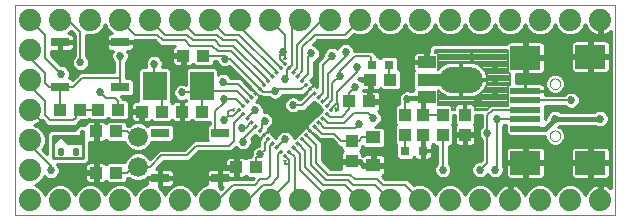
<source format=gtl>
G75*
G70*
%OFA0B0*%
%FSLAX24Y24*%
%IPPOS*%
%LPD*%
%AMOC8*
5,1,8,0,0,1.08239X$1,22.5*
%
%ADD10C,0.0000*%
%ADD11R,0.0394X0.0433*%
%ADD12R,0.0433X0.0394*%
%ADD13R,0.0315X0.0315*%
%ADD14R,0.0600X0.0300*%
%ADD15R,0.0984X0.0197*%
%ADD16R,0.0984X0.0787*%
%ADD17R,0.0787X0.0945*%
%ADD18C,0.0100*%
%ADD19C,0.0660*%
%ADD20C,0.0740*%
%ADD21R,0.0591X0.0394*%
%ADD22R,0.0787X0.0394*%
%ADD23C,0.0866*%
%ADD24R,0.0118X0.0118*%
%ADD25R,0.0512X0.0413*%
%ADD26C,0.0080*%
%ADD27C,0.0160*%
%ADD28C,0.0270*%
D10*
X000150Y000150D02*
X000150Y007150D01*
X020150Y007150D01*
X020150Y000150D01*
X000150Y000150D01*
X017973Y002784D02*
X017975Y002810D01*
X017981Y002836D01*
X017991Y002861D01*
X018004Y002884D01*
X018020Y002904D01*
X018040Y002922D01*
X018062Y002937D01*
X018085Y002949D01*
X018111Y002957D01*
X018137Y002961D01*
X018163Y002961D01*
X018189Y002957D01*
X018215Y002949D01*
X018239Y002937D01*
X018260Y002922D01*
X018280Y002904D01*
X018296Y002884D01*
X018309Y002861D01*
X018319Y002836D01*
X018325Y002810D01*
X018327Y002784D01*
X018325Y002758D01*
X018319Y002732D01*
X018309Y002707D01*
X018296Y002684D01*
X018280Y002664D01*
X018260Y002646D01*
X018238Y002631D01*
X018215Y002619D01*
X018189Y002611D01*
X018163Y002607D01*
X018137Y002607D01*
X018111Y002611D01*
X018085Y002619D01*
X018061Y002631D01*
X018040Y002646D01*
X018020Y002664D01*
X018004Y002684D01*
X017991Y002707D01*
X017981Y002732D01*
X017975Y002758D01*
X017973Y002784D01*
X017973Y004516D02*
X017975Y004542D01*
X017981Y004568D01*
X017991Y004593D01*
X018004Y004616D01*
X018020Y004636D01*
X018040Y004654D01*
X018062Y004669D01*
X018085Y004681D01*
X018111Y004689D01*
X018137Y004693D01*
X018163Y004693D01*
X018189Y004689D01*
X018215Y004681D01*
X018239Y004669D01*
X018260Y004654D01*
X018280Y004636D01*
X018296Y004616D01*
X018309Y004593D01*
X018319Y004568D01*
X018325Y004542D01*
X018327Y004516D01*
X018325Y004490D01*
X018319Y004464D01*
X018309Y004439D01*
X018296Y004416D01*
X018280Y004396D01*
X018260Y004378D01*
X018238Y004363D01*
X018215Y004351D01*
X018189Y004343D01*
X018163Y004339D01*
X018137Y004339D01*
X018111Y004343D01*
X018085Y004351D01*
X018061Y004363D01*
X018040Y004378D01*
X018020Y004396D01*
X018004Y004416D01*
X017991Y004439D01*
X017981Y004464D01*
X017975Y004490D01*
X017973Y004516D01*
D11*
X015150Y003485D03*
X014410Y003485D03*
X013750Y003485D03*
X013150Y003485D03*
X013150Y002815D03*
X013750Y002815D03*
X014410Y002815D03*
X015150Y002815D03*
X011370Y002605D03*
X011370Y001935D03*
D12*
X008193Y001738D03*
X007524Y001738D03*
X003525Y001550D03*
X002855Y001550D03*
X002855Y002930D03*
X003525Y002930D03*
X004375Y003590D03*
X005045Y003590D03*
X005715Y003590D03*
X006385Y003590D03*
X003585Y003650D03*
X002915Y003650D03*
X002305Y003650D03*
X001635Y003650D03*
X005755Y005450D03*
X006425Y005450D03*
X011295Y003930D03*
X011965Y003930D03*
X011995Y004650D03*
X012665Y004650D03*
D13*
X012625Y005150D03*
X012035Y005150D03*
X013155Y002290D03*
X013745Y002290D03*
D14*
X006990Y002880D03*
X004990Y002880D03*
X004990Y001380D03*
X006990Y001380D03*
X003650Y004400D03*
X001650Y004400D03*
X001650Y005900D03*
X003650Y005900D03*
D15*
X017166Y004280D03*
X017166Y003965D03*
X017166Y003650D03*
X017166Y003335D03*
X017166Y003020D03*
D16*
X017166Y001878D03*
X019331Y001878D03*
X017166Y005382D03*
X019331Y005422D03*
D17*
X006377Y004450D03*
X004803Y004450D03*
D18*
X005346Y004484D02*
X005578Y004484D01*
X005549Y004472D02*
X005468Y004391D01*
X005425Y004287D01*
X005346Y004287D01*
X005425Y004287D02*
X005425Y004173D01*
X005468Y004069D01*
X005549Y003988D01*
X005653Y003945D01*
X005767Y003945D01*
X005834Y003973D01*
X005834Y003937D01*
X005764Y003937D01*
X005764Y003638D01*
X005667Y003638D01*
X005667Y003937D01*
X005479Y003937D01*
X005441Y003927D01*
X005407Y003907D01*
X005380Y003880D01*
X005346Y003915D01*
X005346Y004985D01*
X005258Y005072D01*
X005050Y005072D01*
X005075Y005133D01*
X005075Y005247D01*
X005032Y005351D01*
X004951Y005432D01*
X004847Y005475D01*
X004733Y005475D01*
X004629Y005432D01*
X004548Y005351D01*
X004505Y005247D01*
X004505Y005133D01*
X004530Y005072D01*
X004347Y005072D01*
X004259Y004985D01*
X004259Y003937D01*
X004139Y003937D01*
X004101Y003927D01*
X004067Y003907D01*
X004039Y003879D01*
X004019Y003845D01*
X004009Y003807D01*
X004009Y003638D01*
X004327Y003638D01*
X004327Y003542D01*
X004009Y003542D01*
X004009Y003373D01*
X004019Y003335D01*
X004039Y003301D01*
X004067Y003273D01*
X004101Y003253D01*
X004139Y003243D01*
X004327Y003243D01*
X004327Y003542D01*
X004424Y003542D01*
X004424Y003243D01*
X004612Y003243D01*
X004650Y003253D01*
X004684Y003273D01*
X004710Y003299D01*
X004766Y003243D01*
X005323Y003243D01*
X005380Y003300D01*
X005407Y003273D01*
X005441Y003253D01*
X005479Y003243D01*
X005667Y003243D01*
X005667Y003542D01*
X005764Y003542D01*
X005764Y003243D01*
X005952Y003243D01*
X005990Y003253D01*
X006024Y003273D01*
X006050Y003299D01*
X006106Y003243D01*
X006640Y003243D01*
X006640Y003180D01*
X006628Y003180D01*
X006540Y003092D01*
X006540Y002668D01*
X006568Y002640D01*
X006111Y002640D01*
X005791Y002320D01*
X004951Y002320D01*
X004655Y002024D01*
X004522Y002157D01*
X004345Y002230D01*
X004155Y002230D01*
X003978Y002157D01*
X003843Y002022D01*
X003791Y001897D01*
X003246Y001897D01*
X003190Y001841D01*
X003164Y001867D01*
X003130Y001887D01*
X003092Y001897D01*
X002904Y001897D01*
X002904Y001598D01*
X002807Y001598D01*
X002807Y001502D01*
X002489Y001502D01*
X002489Y001333D01*
X002499Y001295D01*
X002519Y001261D01*
X002547Y001233D01*
X002581Y001213D01*
X002619Y001203D01*
X002807Y001203D01*
X002807Y001502D01*
X002904Y001502D01*
X002904Y001203D01*
X003092Y001203D01*
X003130Y001213D01*
X003164Y001233D01*
X003190Y001259D01*
X003246Y001203D01*
X003803Y001203D01*
X003891Y001291D01*
X003891Y001360D01*
X003961Y001360D01*
X003978Y001343D01*
X004155Y001270D01*
X004345Y001270D01*
X004522Y001343D01*
X004584Y001405D01*
X004965Y001405D01*
X004965Y001680D01*
X004849Y001680D01*
X005109Y001940D01*
X005949Y001940D01*
X006060Y002051D01*
X006269Y002260D01*
X007369Y002260D01*
X007480Y002371D01*
X007523Y002414D01*
X007589Y002348D01*
X007693Y002305D01*
X007807Y002305D01*
X007911Y002348D01*
X007992Y002429D01*
X008035Y002533D01*
X008035Y002647D01*
X008023Y002675D01*
X008161Y002812D01*
X008253Y002721D01*
X008306Y002667D01*
X008360Y002721D01*
X008360Y002721D01*
X008360Y002721D01*
X008306Y002667D01*
X008312Y002661D01*
X008280Y002629D01*
X008280Y002455D01*
X008273Y002455D01*
X008169Y002412D01*
X008088Y002331D01*
X008045Y002227D01*
X008045Y002154D01*
X008000Y002109D01*
X008000Y002085D01*
X007914Y002085D01*
X007858Y002029D01*
X007832Y002055D01*
X007798Y002075D01*
X007760Y002085D01*
X007572Y002085D01*
X007572Y001787D01*
X007475Y001787D01*
X007475Y002085D01*
X007287Y002085D01*
X007249Y002075D01*
X007215Y002055D01*
X007187Y002027D01*
X007167Y001993D01*
X007157Y001955D01*
X007157Y001787D01*
X007475Y001787D01*
X007475Y001690D01*
X007157Y001690D01*
X007157Y001680D01*
X007015Y001680D01*
X007015Y001405D01*
X006965Y001405D01*
X006965Y001680D01*
X006670Y001680D01*
X006632Y001670D01*
X006598Y001650D01*
X006570Y001622D01*
X006550Y001588D01*
X006540Y001550D01*
X006540Y001405D01*
X006965Y001405D01*
X006965Y001355D01*
X006540Y001355D01*
X006540Y001210D01*
X006550Y001172D01*
X006551Y001170D01*
X006547Y001170D01*
X006355Y001091D01*
X006209Y000945D01*
X006150Y000802D01*
X006091Y000945D01*
X005945Y001091D01*
X005753Y001170D01*
X005547Y001170D01*
X005355Y001091D01*
X005209Y000945D01*
X005150Y000802D01*
X005091Y000945D01*
X004955Y001080D01*
X004965Y001080D01*
X004965Y001355D01*
X004540Y001355D01*
X004540Y001210D01*
X004550Y001172D01*
X004551Y001170D01*
X004547Y001170D01*
X004355Y001091D01*
X004209Y000945D01*
X004150Y000802D01*
X004091Y000945D01*
X003945Y001091D01*
X003753Y001170D01*
X003547Y001170D01*
X003355Y001091D01*
X003209Y000945D01*
X003150Y000802D01*
X003091Y000945D01*
X002945Y001091D01*
X002753Y001170D01*
X002547Y001170D01*
X002355Y001091D01*
X002209Y000945D01*
X002150Y000802D01*
X002091Y000945D01*
X001945Y001091D01*
X001753Y001170D01*
X001547Y001170D01*
X001355Y001091D01*
X001209Y000945D01*
X001150Y000802D01*
X001091Y000945D01*
X000945Y001091D01*
X000802Y001150D01*
X000945Y001209D01*
X001091Y001355D01*
X001129Y001448D01*
X001189Y001388D01*
X001293Y001345D01*
X001407Y001345D01*
X001511Y001388D01*
X001592Y001469D01*
X001635Y001573D01*
X001635Y001687D01*
X001592Y001791D01*
X001553Y001830D01*
X002493Y001830D01*
X002610Y001947D01*
X002610Y002586D01*
X002619Y002583D01*
X002807Y002583D01*
X002807Y002882D01*
X002904Y002882D01*
X002904Y002583D01*
X003092Y002583D01*
X003130Y002593D01*
X003164Y002613D01*
X003190Y002639D01*
X003246Y002583D01*
X003800Y002583D01*
X003843Y002478D01*
X003978Y002343D01*
X004155Y002270D01*
X004345Y002270D01*
X004522Y002343D01*
X004657Y002478D01*
X004699Y002580D01*
X005352Y002580D01*
X005440Y002668D01*
X005440Y003092D01*
X005352Y003180D01*
X004628Y003180D01*
X004563Y003115D01*
X004522Y003157D01*
X004345Y003230D01*
X004155Y003230D01*
X003978Y003157D01*
X003941Y003120D01*
X003891Y003120D01*
X003891Y003189D01*
X003803Y003277D01*
X003246Y003277D01*
X003190Y003221D01*
X003164Y003247D01*
X003130Y003267D01*
X003092Y003277D01*
X002904Y003277D01*
X002904Y002978D01*
X002807Y002978D01*
X002807Y003277D01*
X002619Y003277D01*
X002581Y003267D01*
X002547Y003247D01*
X002519Y003219D01*
X002499Y003185D01*
X002489Y003147D01*
X002489Y003130D01*
X002277Y003130D01*
X002160Y003013D01*
X002160Y002980D01*
X001327Y002980D01*
X001210Y002863D01*
X001210Y002179D01*
X001062Y002327D01*
X001091Y002355D01*
X001170Y002547D01*
X001170Y002753D01*
X001091Y002945D01*
X000945Y003091D01*
X000798Y003151D01*
X000850Y003168D01*
X000923Y003205D01*
X000989Y003253D01*
X001043Y003308D01*
X001120Y003231D01*
X001231Y003120D01*
X002169Y003120D01*
X002249Y003200D01*
X002352Y003303D01*
X002583Y003303D01*
X002610Y003330D01*
X002637Y003303D01*
X003194Y003303D01*
X003250Y003359D01*
X003306Y003303D01*
X003863Y003303D01*
X003951Y003391D01*
X003951Y003909D01*
X003863Y003997D01*
X003760Y003997D01*
X003760Y004009D01*
X003669Y004100D01*
X004012Y004100D01*
X004100Y004188D01*
X004100Y004612D01*
X004012Y004700D01*
X003840Y004700D01*
X003840Y005237D01*
X003892Y005289D01*
X003935Y005393D01*
X003935Y005507D01*
X003896Y005600D01*
X003970Y005600D01*
X004008Y005610D01*
X004042Y005630D01*
X004070Y005658D01*
X004090Y005692D01*
X004100Y005730D01*
X004100Y005875D01*
X003675Y005875D01*
X003675Y005925D01*
X004100Y005925D01*
X004100Y005960D01*
X004811Y005960D01*
X004991Y005780D01*
X005469Y005780D01*
X005447Y005767D01*
X005419Y005739D01*
X005399Y005705D01*
X005389Y005667D01*
X005389Y005498D01*
X005707Y005498D01*
X005707Y005402D01*
X005389Y005402D01*
X005389Y005233D01*
X005399Y005195D01*
X005419Y005161D01*
X005447Y005133D01*
X005481Y005113D01*
X005519Y005103D01*
X005707Y005103D01*
X005707Y005402D01*
X005804Y005402D01*
X005804Y005103D01*
X005992Y005103D01*
X006030Y005113D01*
X006064Y005133D01*
X006090Y005159D01*
X006146Y005103D01*
X006703Y005103D01*
X006791Y005191D01*
X006791Y005260D01*
X006879Y005260D01*
X006908Y005189D01*
X006989Y005108D01*
X007093Y005065D01*
X007207Y005065D01*
X007291Y005100D01*
X008032Y004359D01*
X008028Y004355D01*
X008081Y004301D01*
X008028Y004355D01*
X008021Y004348D01*
X007780Y004589D01*
X007669Y004700D01*
X007353Y004700D01*
X007332Y004751D01*
X007251Y004832D01*
X007147Y004875D01*
X007033Y004875D01*
X006929Y004832D01*
X006921Y004824D01*
X006921Y004985D01*
X006833Y005072D01*
X005922Y005072D01*
X005834Y004985D01*
X005834Y004487D01*
X005767Y004515D01*
X005653Y004515D01*
X005549Y004472D01*
X005466Y004386D02*
X005346Y004386D01*
X005346Y004583D02*
X005834Y004583D01*
X005834Y004681D02*
X005346Y004681D01*
X005346Y004780D02*
X005834Y004780D01*
X005834Y004878D02*
X005346Y004878D01*
X005346Y004977D02*
X005834Y004977D01*
X005804Y005174D02*
X005707Y005174D01*
X005707Y005272D02*
X005804Y005272D01*
X005804Y005371D02*
X005707Y005371D01*
X005707Y005469D02*
X004861Y005469D01*
X004719Y005469D02*
X003935Y005469D01*
X003926Y005371D02*
X004567Y005371D01*
X004515Y005272D02*
X003875Y005272D01*
X003840Y005174D02*
X004505Y005174D01*
X004529Y005075D02*
X003840Y005075D01*
X003840Y004977D02*
X004259Y004977D01*
X004259Y004878D02*
X003840Y004878D01*
X003840Y004780D02*
X004259Y004780D01*
X004259Y004681D02*
X004031Y004681D01*
X004100Y004583D02*
X004259Y004583D01*
X004259Y004484D02*
X004100Y004484D01*
X004100Y004386D02*
X004259Y004386D01*
X004259Y004287D02*
X004100Y004287D01*
X004100Y004189D02*
X004259Y004189D01*
X004259Y004090D02*
X003679Y004090D01*
X003869Y003992D02*
X004259Y003992D01*
X004053Y003893D02*
X003951Y003893D01*
X003951Y003795D02*
X004009Y003795D01*
X004009Y003696D02*
X003951Y003696D01*
X003951Y003598D02*
X004327Y003598D01*
X004327Y003499D02*
X004424Y003499D01*
X004424Y003401D02*
X004327Y003401D01*
X004327Y003302D02*
X004424Y003302D01*
X004409Y003204D02*
X006640Y003204D01*
X006553Y003105D02*
X005427Y003105D01*
X005440Y003007D02*
X006540Y003007D01*
X006540Y002908D02*
X005440Y002908D01*
X005440Y002810D02*
X006540Y002810D01*
X006540Y002711D02*
X005440Y002711D01*
X005385Y002613D02*
X006084Y002613D01*
X005985Y002514D02*
X004672Y002514D01*
X004594Y002416D02*
X005887Y002416D01*
X006227Y002219D02*
X008045Y002219D01*
X008011Y002120D02*
X006129Y002120D01*
X006030Y002022D02*
X007184Y002022D01*
X007157Y001923D02*
X005092Y001923D01*
X004993Y001825D02*
X007157Y001825D01*
X007475Y001825D02*
X007572Y001825D01*
X007572Y001923D02*
X007475Y001923D01*
X007475Y002022D02*
X007572Y002022D01*
X007664Y002317D02*
X007426Y002317D01*
X007836Y002317D02*
X008082Y002317D01*
X008178Y002416D02*
X007979Y002416D01*
X008027Y002514D02*
X008280Y002514D01*
X008280Y002613D02*
X008035Y002613D01*
X008060Y002711D02*
X008262Y002711D01*
X008253Y002721D02*
X008253Y002721D01*
X008350Y002711D02*
X008350Y002711D01*
X008164Y002810D02*
X008158Y002810D01*
X008548Y002909D02*
X008548Y002909D01*
X008548Y002909D01*
X008602Y002963D01*
X008580Y002985D01*
X008580Y003027D01*
X008631Y003048D01*
X008712Y003129D01*
X008755Y003233D01*
X008755Y003347D01*
X008712Y003451D01*
X008631Y003532D01*
X008527Y003575D01*
X008435Y003575D01*
X008435Y003687D01*
X008392Y003791D01*
X008311Y003872D01*
X008207Y003915D01*
X008180Y003915D01*
X008270Y004005D01*
X008270Y004005D01*
X008323Y004059D01*
X008270Y004112D01*
X008270Y004112D01*
X008323Y004059D01*
X008328Y004063D01*
X008331Y004060D01*
X008617Y004060D01*
X008649Y004028D01*
X008753Y003985D01*
X008867Y003985D01*
X008971Y004028D01*
X009052Y004109D01*
X009065Y004140D01*
X009769Y004140D01*
X009832Y004203D01*
X009837Y004198D01*
X009891Y004252D01*
X009891Y004252D01*
X009891Y004252D01*
X009837Y004198D01*
X009843Y004192D01*
X009651Y004000D01*
X009623Y004000D01*
X009571Y004052D01*
X009467Y004095D01*
X009353Y004095D01*
X009249Y004052D01*
X009168Y003971D01*
X009125Y003867D01*
X009125Y003753D01*
X009168Y003649D01*
X009249Y003568D01*
X009353Y003525D01*
X009467Y003525D01*
X009571Y003568D01*
X009623Y003620D01*
X009809Y003620D01*
X009920Y003731D01*
X010112Y003923D01*
X010201Y003834D01*
X010341Y003695D01*
X010385Y003650D01*
X010308Y003573D01*
X010169Y003434D01*
X010030Y003295D01*
X009891Y003155D01*
X009837Y003102D01*
X009784Y003048D01*
X009784Y003048D01*
X009612Y002877D01*
X009473Y002738D01*
X009435Y002700D01*
X009435Y002727D01*
X009392Y002831D01*
X009311Y002912D01*
X009207Y002955D01*
X009093Y002955D01*
X008989Y002912D01*
X008908Y002831D01*
X008865Y002727D01*
X008865Y002700D01*
X008795Y002770D01*
X008655Y002909D01*
X008602Y002963D01*
X008548Y002909D01*
X008655Y002909D02*
X008655Y002909D01*
X008657Y002908D02*
X008985Y002908D01*
X008899Y002810D02*
X008755Y002810D01*
X008854Y002711D02*
X008865Y002711D01*
X009315Y002908D02*
X009643Y002908D01*
X009545Y002810D02*
X009401Y002810D01*
X009435Y002711D02*
X009446Y002711D01*
X010079Y002860D02*
X010133Y002806D01*
X010128Y002801D01*
X010269Y002660D01*
X010380Y002549D01*
X010380Y001969D01*
X010669Y001680D01*
X011028Y001680D01*
X011023Y001699D01*
X011023Y001887D01*
X011322Y001887D01*
X011322Y001984D01*
X011023Y001984D01*
X011023Y002172D01*
X011033Y002210D01*
X011053Y002244D01*
X011079Y002270D01*
X011023Y002326D01*
X011023Y002420D01*
X010951Y002420D01*
X010840Y002531D01*
X010711Y002660D01*
X010291Y002660D01*
X010180Y002771D01*
X010139Y002812D01*
X010133Y002806D01*
X010079Y002860D01*
X010079Y002860D01*
X010079Y002860D01*
X010130Y002810D02*
X010130Y002810D01*
X010136Y002810D02*
X010142Y002810D01*
X010218Y002711D02*
X010240Y002711D01*
X010316Y002613D02*
X010759Y002613D01*
X010857Y002514D02*
X010380Y002514D01*
X010380Y002416D02*
X011023Y002416D01*
X011032Y002317D02*
X010380Y002317D01*
X010380Y002219D02*
X011038Y002219D01*
X011023Y002120D02*
X010380Y002120D01*
X010380Y002022D02*
X011023Y002022D01*
X011322Y001923D02*
X010426Y001923D01*
X010524Y001825D02*
X011023Y001825D01*
X011023Y001726D02*
X010623Y001726D01*
X011418Y001887D02*
X011418Y001984D01*
X011684Y001984D01*
X011684Y001887D01*
X011418Y001887D01*
X011418Y001923D02*
X011684Y001923D01*
X011717Y001857D02*
X012040Y001857D01*
X012040Y001757D01*
X011717Y001757D01*
X011717Y001857D01*
X011717Y001825D02*
X012040Y001825D01*
X012040Y001857D02*
X012040Y002164D01*
X011814Y002164D01*
X011776Y002154D01*
X011742Y002134D01*
X011717Y002109D01*
X011717Y002172D01*
X011707Y002210D01*
X011687Y002244D01*
X011661Y002270D01*
X011717Y002326D01*
X011717Y002431D01*
X011772Y002376D01*
X012408Y002376D01*
X012496Y002464D01*
X012496Y003001D01*
X012408Y003089D01*
X012157Y003089D01*
X012251Y003128D01*
X012332Y003209D01*
X012375Y003313D01*
X012375Y003427D01*
X012332Y003531D01*
X012258Y003605D01*
X012273Y003613D01*
X012301Y003641D01*
X012321Y003675D01*
X012331Y003713D01*
X012331Y003882D01*
X012013Y003882D01*
X012013Y003978D01*
X012331Y003978D01*
X012331Y004147D01*
X012321Y004185D01*
X012301Y004219D01*
X012273Y004247D01*
X012239Y004267D01*
X012201Y004277D01*
X012013Y004277D01*
X012013Y003978D01*
X011916Y003978D01*
X011916Y004277D01*
X011743Y004277D01*
X011755Y004304D01*
X011759Y004303D01*
X011947Y004303D01*
X011947Y004602D01*
X011701Y004602D01*
X011651Y004652D01*
X011587Y004678D01*
X011629Y004720D01*
X011629Y004698D01*
X011947Y004698D01*
X011947Y004602D01*
X012044Y004602D01*
X012044Y004303D01*
X012232Y004303D01*
X012270Y004313D01*
X012304Y004333D01*
X012330Y004359D01*
X012386Y004303D01*
X012943Y004303D01*
X013031Y004391D01*
X013031Y004909D01*
X012943Y004997D01*
X012933Y004997D01*
X012933Y005370D01*
X012845Y005457D01*
X012406Y005457D01*
X012330Y005382D01*
X012254Y005457D01*
X012211Y005457D01*
X012109Y005560D01*
X012049Y005620D01*
X011455Y005620D01*
X011455Y005647D01*
X011412Y005751D01*
X011331Y005832D01*
X011227Y005875D01*
X011113Y005875D01*
X011009Y005832D01*
X010928Y005751D01*
X010894Y005669D01*
X010871Y005692D01*
X010767Y005735D01*
X010653Y005735D01*
X010549Y005692D01*
X010468Y005611D01*
X010425Y005507D01*
X010425Y005434D01*
X010220Y005229D01*
X010220Y004407D01*
X010186Y004440D01*
X010133Y004494D01*
X010079Y004547D01*
X009988Y004639D01*
X009989Y004640D01*
X010100Y004751D01*
X010100Y005251D01*
X010191Y005288D01*
X010272Y005369D01*
X010315Y005473D01*
X010315Y005587D01*
X010272Y005691D01*
X010191Y005772D01*
X010087Y005815D01*
X010084Y005815D01*
X010229Y005960D01*
X011229Y005960D01*
X011442Y006173D01*
X011547Y006130D01*
X011753Y006130D01*
X011945Y006209D01*
X012091Y006355D01*
X012150Y006498D01*
X012209Y006355D01*
X012355Y006209D01*
X012547Y006130D01*
X012753Y006130D01*
X012945Y006209D01*
X013091Y006355D01*
X013150Y006498D01*
X013209Y006355D01*
X013355Y006209D01*
X013547Y006130D01*
X013753Y006130D01*
X013945Y006209D01*
X014091Y006355D01*
X014150Y006498D01*
X014209Y006355D01*
X014355Y006209D01*
X014547Y006130D01*
X014753Y006130D01*
X014945Y006209D01*
X015091Y006355D01*
X015150Y006498D01*
X015209Y006355D01*
X015355Y006209D01*
X015547Y006130D01*
X015753Y006130D01*
X015945Y006209D01*
X016091Y006355D01*
X016150Y006498D01*
X016209Y006355D01*
X016355Y006209D01*
X016547Y006130D01*
X016753Y006130D01*
X016945Y006209D01*
X017091Y006355D01*
X017150Y006498D01*
X017209Y006355D01*
X017355Y006209D01*
X017547Y006130D01*
X017753Y006130D01*
X017945Y006209D01*
X018091Y006355D01*
X018150Y006498D01*
X018209Y006355D01*
X018355Y006209D01*
X018547Y006130D01*
X018753Y006130D01*
X018945Y006209D01*
X019091Y006355D01*
X019151Y006502D01*
X019168Y006450D01*
X019205Y006377D01*
X019253Y006311D01*
X019311Y006253D01*
X019377Y006205D01*
X019450Y006168D01*
X019528Y006143D01*
X019600Y006131D01*
X019600Y006600D01*
X019700Y006600D01*
X019700Y006131D01*
X019772Y006143D01*
X019850Y006168D01*
X019923Y006205D01*
X019989Y006253D01*
X020000Y006265D01*
X020000Y001035D01*
X019989Y001047D01*
X019923Y001095D01*
X019850Y001132D01*
X019772Y001157D01*
X019700Y001169D01*
X019700Y000700D01*
X019600Y000700D01*
X019600Y001169D01*
X019528Y001157D01*
X019450Y001132D01*
X019377Y001095D01*
X019311Y001047D01*
X019253Y000989D01*
X019205Y000923D01*
X019168Y000850D01*
X019151Y000798D01*
X019091Y000945D01*
X018945Y001091D01*
X018753Y001170D01*
X018547Y001170D01*
X018355Y001091D01*
X018209Y000945D01*
X018150Y000802D01*
X018091Y000945D01*
X017945Y001091D01*
X017753Y001170D01*
X017547Y001170D01*
X017355Y001091D01*
X017209Y000945D01*
X017149Y000798D01*
X017132Y000850D01*
X017095Y000923D01*
X017047Y000989D01*
X016989Y001047D01*
X016923Y001095D01*
X016850Y001132D01*
X016772Y001157D01*
X016700Y001169D01*
X016700Y000700D01*
X016600Y000700D01*
X016600Y001169D01*
X016528Y001157D01*
X016450Y001132D01*
X016377Y001095D01*
X016311Y001047D01*
X016253Y000989D01*
X016205Y000923D01*
X016168Y000850D01*
X016151Y000798D01*
X016091Y000945D01*
X015945Y001091D01*
X015753Y001170D01*
X015547Y001170D01*
X015355Y001091D01*
X015209Y000945D01*
X015150Y000802D01*
X015091Y000945D01*
X014945Y001091D01*
X014753Y001170D01*
X014547Y001170D01*
X014355Y001091D01*
X014209Y000945D01*
X014150Y000802D01*
X014091Y000945D01*
X013945Y001091D01*
X013753Y001170D01*
X013547Y001170D01*
X013442Y001127D01*
X013229Y001340D01*
X012489Y001340D01*
X012375Y001453D01*
X012404Y001461D01*
X012438Y001481D01*
X012466Y001509D01*
X012486Y001543D01*
X012496Y001581D01*
X012496Y001757D01*
X012140Y001757D01*
X012140Y001857D01*
X012496Y001857D01*
X012496Y002034D01*
X012486Y002072D01*
X012466Y002106D01*
X012438Y002134D01*
X012404Y002154D01*
X012366Y002164D01*
X012140Y002164D01*
X012140Y001857D01*
X012040Y001857D01*
X012040Y001923D02*
X012140Y001923D01*
X012140Y002022D02*
X012040Y002022D01*
X012040Y002120D02*
X012140Y002120D01*
X012452Y002120D02*
X012847Y002120D01*
X012847Y002070D02*
X012935Y001983D01*
X013374Y001983D01*
X013455Y002063D01*
X013468Y002040D01*
X013496Y002012D01*
X013530Y001993D01*
X013568Y001983D01*
X013717Y001983D01*
X013717Y002261D01*
X013774Y002261D01*
X013774Y001983D01*
X013923Y001983D01*
X013961Y001993D01*
X013995Y002012D01*
X014023Y002040D01*
X014043Y002075D01*
X014053Y002113D01*
X014053Y002261D01*
X013774Y002261D01*
X013774Y002319D01*
X013717Y002319D01*
X013717Y002597D01*
X013702Y002597D01*
X013702Y002767D01*
X013798Y002767D01*
X013798Y002597D01*
X013774Y002597D01*
X013774Y002319D01*
X014053Y002319D01*
X014053Y002467D01*
X014047Y002487D01*
X014067Y002507D01*
X014076Y002523D01*
X014151Y002449D01*
X014220Y002449D01*
X014220Y001863D01*
X014168Y001811D01*
X014125Y001707D01*
X014125Y001593D01*
X014168Y001489D01*
X014249Y001408D01*
X014353Y001365D01*
X014467Y001365D01*
X014571Y001408D01*
X014652Y001489D01*
X014695Y001593D01*
X014695Y001707D01*
X014652Y001811D01*
X014600Y001863D01*
X014600Y002449D01*
X014669Y002449D01*
X014757Y002537D01*
X014757Y003094D01*
X014701Y003150D01*
X014757Y003206D01*
X014757Y003460D01*
X014803Y003460D01*
X014803Y003206D01*
X014859Y003150D01*
X014833Y003124D01*
X014813Y003090D01*
X014803Y003052D01*
X014803Y002864D01*
X015102Y002864D01*
X015102Y002767D01*
X015198Y002767D01*
X015198Y002449D01*
X015367Y002449D01*
X015405Y002459D01*
X015439Y002479D01*
X015467Y002507D01*
X015487Y002541D01*
X015497Y002579D01*
X015497Y002767D01*
X015198Y002767D01*
X015198Y002864D01*
X015497Y002864D01*
X015497Y003052D01*
X015487Y003090D01*
X015467Y003124D01*
X015441Y003150D01*
X015497Y003206D01*
X015497Y003460D01*
X015700Y003460D01*
X015700Y003083D01*
X015648Y003031D01*
X015605Y002927D01*
X015605Y002813D01*
X015648Y002709D01*
X015700Y002657D01*
X015700Y001969D01*
X015666Y001935D01*
X015593Y001935D01*
X015489Y001892D01*
X015408Y001811D01*
X015365Y001707D01*
X015365Y001593D01*
X015408Y001489D01*
X015489Y001408D01*
X015593Y001365D01*
X015707Y001365D01*
X015811Y001408D01*
X015892Y001489D01*
X015900Y001509D01*
X015908Y001489D01*
X015989Y001408D01*
X016093Y001365D01*
X016207Y001365D01*
X016311Y001408D01*
X016392Y001489D01*
X016435Y001593D01*
X016435Y001707D01*
X016420Y001743D01*
X016420Y003117D01*
X016443Y003140D01*
X016524Y003140D01*
X016524Y002860D01*
X016611Y002772D01*
X017720Y002772D01*
X017738Y002790D01*
X017823Y002790D01*
X017823Y002719D01*
X017873Y002599D01*
X017965Y002507D01*
X018085Y002457D01*
X018215Y002457D01*
X018335Y002507D01*
X018427Y002599D01*
X018477Y002719D01*
X018477Y002849D01*
X018427Y002969D01*
X018335Y003061D01*
X018266Y003090D01*
X018311Y003108D01*
X018323Y003120D01*
X019477Y003120D01*
X019489Y003108D01*
X019593Y003065D01*
X019707Y003065D01*
X019811Y003108D01*
X019892Y003189D01*
X019935Y003293D01*
X019935Y003407D01*
X019892Y003511D01*
X019811Y003592D01*
X019707Y003635D01*
X019593Y003635D01*
X019489Y003592D01*
X019477Y003580D01*
X018323Y003580D01*
X018311Y003592D01*
X018207Y003635D01*
X018093Y003635D01*
X017989Y003592D01*
X017908Y003511D01*
X017865Y003407D01*
X017865Y003390D01*
X017808Y003333D01*
X017808Y003775D01*
X018482Y003775D01*
X018529Y003728D01*
X018633Y003685D01*
X018747Y003685D01*
X018851Y003728D01*
X018932Y003809D01*
X018975Y003913D01*
X018975Y004027D01*
X018932Y004131D01*
X018851Y004212D01*
X018747Y004255D01*
X018633Y004255D01*
X018529Y004212D01*
X018472Y004155D01*
X017806Y004155D01*
X017808Y004162D01*
X017808Y004280D01*
X017808Y004398D01*
X017798Y004436D01*
X017778Y004470D01*
X017750Y004498D01*
X017716Y004518D01*
X017678Y004528D01*
X017166Y004528D01*
X017166Y004280D01*
X017808Y004280D01*
X017166Y004280D01*
X017166Y004280D01*
X017166Y004280D01*
X017166Y004528D01*
X016840Y004528D01*
X016840Y004839D01*
X017116Y004839D01*
X017116Y005332D01*
X017216Y005332D01*
X017216Y005432D01*
X017808Y005432D01*
X017808Y005796D01*
X017798Y005834D01*
X017778Y005868D01*
X017750Y005896D01*
X017716Y005916D01*
X017678Y005926D01*
X017216Y005926D01*
X017216Y005432D01*
X017116Y005432D01*
X017116Y005926D01*
X016654Y005926D01*
X016616Y005916D01*
X016582Y005896D01*
X016554Y005868D01*
X016537Y005840D01*
X014071Y005840D01*
X013960Y005729D01*
X013960Y005587D01*
X013919Y005587D01*
X013919Y005289D01*
X013822Y005289D01*
X013822Y005587D01*
X013555Y005587D01*
X013517Y005577D01*
X013483Y005557D01*
X013455Y005529D01*
X013435Y005495D01*
X013425Y005457D01*
X013425Y005289D01*
X013822Y005289D01*
X013822Y005192D01*
X013425Y005192D01*
X013425Y005024D01*
X013435Y004985D01*
X013455Y004951D01*
X013462Y004944D01*
X013426Y004909D01*
X013426Y004391D01*
X013462Y004356D01*
X013425Y004319D01*
X013425Y004280D01*
X013323Y004280D01*
X013287Y004295D01*
X013173Y004295D01*
X013069Y004252D01*
X012988Y004171D01*
X012945Y004067D01*
X012945Y003953D01*
X012960Y003917D01*
X012960Y003851D01*
X012891Y003851D01*
X012803Y003763D01*
X012803Y003206D01*
X012859Y003150D01*
X012803Y003094D01*
X012803Y002537D01*
X012847Y002493D01*
X012847Y002070D01*
X012896Y002022D02*
X012496Y002022D01*
X012496Y001923D02*
X014220Y001923D01*
X014220Y002022D02*
X014004Y002022D01*
X013774Y002022D02*
X013717Y002022D01*
X013487Y002022D02*
X013413Y002022D01*
X013717Y002120D02*
X013774Y002120D01*
X013774Y002219D02*
X013717Y002219D01*
X013774Y002317D02*
X014220Y002317D01*
X014220Y002219D02*
X014053Y002219D01*
X014053Y002120D02*
X014220Y002120D01*
X014600Y002120D02*
X015700Y002120D01*
X015700Y002219D02*
X014600Y002219D01*
X014600Y002317D02*
X015700Y002317D01*
X015700Y002416D02*
X014600Y002416D01*
X014734Y002514D02*
X014829Y002514D01*
X014833Y002507D02*
X014861Y002479D01*
X014895Y002459D01*
X014933Y002449D01*
X015102Y002449D01*
X015102Y002767D01*
X014803Y002767D01*
X014803Y002579D01*
X014813Y002541D01*
X014833Y002507D01*
X014803Y002613D02*
X014757Y002613D01*
X014757Y002711D02*
X014803Y002711D01*
X014757Y002810D02*
X015102Y002810D01*
X015198Y002810D02*
X015607Y002810D01*
X015605Y002908D02*
X015497Y002908D01*
X015497Y003007D02*
X015638Y003007D01*
X015700Y003105D02*
X015478Y003105D01*
X015494Y003204D02*
X015700Y003204D01*
X015700Y003302D02*
X015497Y003302D01*
X015497Y003401D02*
X015700Y003401D01*
X016420Y003105D02*
X016524Y003105D01*
X016524Y003007D02*
X016420Y003007D01*
X016420Y002908D02*
X016524Y002908D01*
X016574Y002810D02*
X016420Y002810D01*
X016420Y002711D02*
X017826Y002711D01*
X017867Y002613D02*
X016420Y002613D01*
X016420Y002514D02*
X017957Y002514D01*
X017750Y002392D02*
X017716Y002412D01*
X017678Y002422D01*
X017216Y002422D01*
X017216Y001928D01*
X017808Y001928D01*
X017808Y002292D01*
X017798Y002330D01*
X017778Y002364D01*
X017750Y002392D01*
X017702Y002416D02*
X018795Y002416D01*
X018781Y002412D02*
X018747Y002392D01*
X018719Y002364D01*
X018699Y002330D01*
X018689Y002292D01*
X018689Y001928D01*
X019281Y001928D01*
X019281Y001828D01*
X019381Y001828D01*
X019381Y001335D01*
X019843Y001335D01*
X019881Y001345D01*
X019915Y001365D01*
X019943Y001393D01*
X019963Y001427D01*
X019973Y001465D01*
X019973Y001828D01*
X019381Y001828D01*
X019381Y001928D01*
X019973Y001928D01*
X019973Y002292D01*
X019963Y002330D01*
X019943Y002364D01*
X019915Y002392D01*
X019881Y002412D01*
X019843Y002422D01*
X019381Y002422D01*
X019381Y001928D01*
X019281Y001928D01*
X019281Y002422D01*
X018819Y002422D01*
X018781Y002412D01*
X018696Y002317D02*
X017801Y002317D01*
X017808Y002219D02*
X018689Y002219D01*
X018689Y002120D02*
X017808Y002120D01*
X017808Y002022D02*
X018689Y002022D01*
X018689Y001828D02*
X018689Y001465D01*
X018699Y001427D01*
X018719Y001393D01*
X018747Y001365D01*
X018781Y001345D01*
X018819Y001335D01*
X019281Y001335D01*
X019281Y001828D01*
X018689Y001828D01*
X018689Y001825D02*
X017808Y001825D01*
X017808Y001828D02*
X017216Y001828D01*
X017216Y001928D01*
X017116Y001928D01*
X017116Y001828D01*
X017216Y001828D01*
X017216Y001335D01*
X017678Y001335D01*
X017716Y001345D01*
X017750Y001365D01*
X017778Y001393D01*
X017798Y001427D01*
X017808Y001465D01*
X017808Y001828D01*
X017808Y001726D02*
X018689Y001726D01*
X018689Y001628D02*
X017808Y001628D01*
X017808Y001529D02*
X018689Y001529D01*
X018698Y001431D02*
X017799Y001431D01*
X017216Y001431D02*
X017116Y001431D01*
X017116Y001335D02*
X016654Y001335D01*
X016616Y001345D01*
X016582Y001365D01*
X016554Y001393D01*
X016534Y001427D01*
X016524Y001465D01*
X016524Y001828D01*
X017116Y001828D01*
X017116Y001335D01*
X017116Y001529D02*
X017216Y001529D01*
X017216Y001628D02*
X017116Y001628D01*
X017116Y001726D02*
X017216Y001726D01*
X017216Y001825D02*
X017116Y001825D01*
X017116Y001923D02*
X016420Y001923D01*
X016420Y002022D02*
X016524Y002022D01*
X016524Y001928D02*
X017116Y001928D01*
X017116Y002422D01*
X016654Y002422D01*
X016616Y002412D01*
X016582Y002392D01*
X016554Y002364D01*
X016534Y002330D01*
X016524Y002292D01*
X016524Y001928D01*
X016524Y001825D02*
X016420Y001825D01*
X016427Y001726D02*
X016524Y001726D01*
X016524Y001628D02*
X016435Y001628D01*
X016408Y001529D02*
X016524Y001529D01*
X016533Y001431D02*
X016334Y001431D01*
X015966Y001431D02*
X015834Y001431D01*
X015466Y001431D02*
X014594Y001431D01*
X014668Y001529D02*
X015392Y001529D01*
X015365Y001628D02*
X014695Y001628D01*
X014687Y001726D02*
X015373Y001726D01*
X015421Y001825D02*
X014639Y001825D01*
X014600Y001923D02*
X015564Y001923D01*
X015700Y002022D02*
X014600Y002022D01*
X014181Y001825D02*
X012140Y001825D01*
X012496Y001726D02*
X014133Y001726D01*
X014125Y001628D02*
X012496Y001628D01*
X012478Y001529D02*
X014152Y001529D01*
X014226Y001431D02*
X012398Y001431D01*
X013237Y001332D02*
X020000Y001332D01*
X020000Y001431D02*
X019964Y001431D01*
X019973Y001529D02*
X020000Y001529D01*
X020000Y001628D02*
X019973Y001628D01*
X019973Y001726D02*
X020000Y001726D01*
X020000Y001825D02*
X019973Y001825D01*
X020000Y001923D02*
X019381Y001923D01*
X019381Y002022D02*
X019281Y002022D01*
X019281Y001923D02*
X017216Y001923D01*
X017216Y002022D02*
X017116Y002022D01*
X017116Y002120D02*
X017216Y002120D01*
X017216Y002219D02*
X017116Y002219D01*
X017116Y002317D02*
X017216Y002317D01*
X017216Y002416D02*
X017116Y002416D01*
X016629Y002416D02*
X016420Y002416D01*
X016420Y002317D02*
X016530Y002317D01*
X016524Y002219D02*
X016420Y002219D01*
X016420Y002120D02*
X016524Y002120D01*
X015700Y002514D02*
X015471Y002514D01*
X015497Y002613D02*
X015700Y002613D01*
X015647Y002711D02*
X015497Y002711D01*
X015198Y002711D02*
X015102Y002711D01*
X015102Y002613D02*
X015198Y002613D01*
X015198Y002514D02*
X015102Y002514D01*
X014220Y002416D02*
X014053Y002416D01*
X014071Y002514D02*
X014086Y002514D01*
X013798Y002613D02*
X013702Y002613D01*
X013717Y002514D02*
X013774Y002514D01*
X013774Y002416D02*
X013717Y002416D01*
X013702Y002711D02*
X013798Y002711D01*
X012826Y002514D02*
X012496Y002514D01*
X012496Y002613D02*
X012803Y002613D01*
X012803Y002711D02*
X012496Y002711D01*
X012496Y002810D02*
X012803Y002810D01*
X012803Y002908D02*
X012496Y002908D01*
X012491Y003007D02*
X012803Y003007D01*
X012814Y003105D02*
X012195Y003105D01*
X012327Y003204D02*
X012806Y003204D01*
X012803Y003302D02*
X012370Y003302D01*
X012375Y003401D02*
X012803Y003401D01*
X012803Y003499D02*
X012345Y003499D01*
X012266Y003598D02*
X012803Y003598D01*
X012803Y003696D02*
X012327Y003696D01*
X012331Y003795D02*
X012834Y003795D01*
X012960Y003893D02*
X012013Y003893D01*
X012013Y003992D02*
X011916Y003992D01*
X011916Y004090D02*
X012013Y004090D01*
X012013Y004189D02*
X011916Y004189D01*
X011748Y004287D02*
X013154Y004287D01*
X013306Y004287D02*
X013425Y004287D01*
X013432Y004386D02*
X013026Y004386D01*
X013031Y004484D02*
X013426Y004484D01*
X013426Y004583D02*
X013031Y004583D01*
X013031Y004681D02*
X013426Y004681D01*
X013426Y004780D02*
X013031Y004780D01*
X013031Y004878D02*
X013426Y004878D01*
X013440Y004977D02*
X012964Y004977D01*
X012933Y005075D02*
X013425Y005075D01*
X013425Y005174D02*
X012933Y005174D01*
X012933Y005272D02*
X013822Y005272D01*
X013822Y005371D02*
X013919Y005371D01*
X013919Y005469D02*
X013822Y005469D01*
X013822Y005568D02*
X013919Y005568D01*
X013960Y005666D02*
X011447Y005666D01*
X011399Y005765D02*
X013996Y005765D01*
X013501Y005568D02*
X012101Y005568D01*
X012200Y005469D02*
X013428Y005469D01*
X013425Y005371D02*
X012932Y005371D01*
X011256Y005863D02*
X016551Y005863D01*
X017116Y005863D02*
X017216Y005863D01*
X017216Y005765D02*
X017116Y005765D01*
X017116Y005666D02*
X017216Y005666D01*
X017216Y005568D02*
X017116Y005568D01*
X017116Y005469D02*
X017216Y005469D01*
X017216Y005371D02*
X018689Y005371D01*
X018689Y005372D02*
X018689Y005008D01*
X018699Y004970D01*
X018719Y004936D01*
X018747Y004908D01*
X018781Y004888D01*
X018819Y004878D01*
X017759Y004878D01*
X017750Y004869D02*
X017778Y004896D01*
X017798Y004931D01*
X017808Y004969D01*
X017808Y005332D01*
X017216Y005332D01*
X017216Y004839D01*
X017678Y004839D01*
X017716Y004849D01*
X017750Y004869D01*
X017873Y004701D02*
X017965Y004793D01*
X018085Y004843D01*
X018215Y004843D01*
X018335Y004793D01*
X018427Y004701D01*
X018477Y004581D01*
X018477Y004451D01*
X018427Y004331D01*
X018335Y004239D01*
X018215Y004189D01*
X018085Y004189D01*
X017965Y004239D01*
X017873Y004331D01*
X017823Y004451D01*
X017823Y004581D01*
X017873Y004701D01*
X017864Y004681D02*
X016840Y004681D01*
X016840Y004780D02*
X017951Y004780D01*
X018349Y004780D02*
X020000Y004780D01*
X020000Y004878D02*
X019843Y004878D01*
X019881Y004888D01*
X019915Y004908D01*
X019943Y004936D01*
X019963Y004970D01*
X019973Y005008D01*
X019973Y005372D01*
X019381Y005372D01*
X019381Y005472D01*
X019281Y005472D01*
X019281Y005965D01*
X018819Y005965D01*
X018781Y005955D01*
X018747Y005935D01*
X018719Y005907D01*
X018699Y005873D01*
X018689Y005835D01*
X018689Y005472D01*
X019281Y005472D01*
X019281Y005372D01*
X018689Y005372D01*
X018689Y005272D02*
X017808Y005272D01*
X017808Y005174D02*
X018689Y005174D01*
X018689Y005075D02*
X017808Y005075D01*
X017808Y004977D02*
X018697Y004977D01*
X018819Y004878D02*
X019281Y004878D01*
X019381Y004878D01*
X019843Y004878D01*
X019965Y004977D02*
X020000Y004977D01*
X020000Y005075D02*
X019973Y005075D01*
X019973Y005174D02*
X020000Y005174D01*
X020000Y005272D02*
X019973Y005272D01*
X019973Y005371D02*
X020000Y005371D01*
X020000Y005469D02*
X019381Y005469D01*
X019381Y005472D02*
X019973Y005472D01*
X019973Y005835D01*
X019963Y005873D01*
X019943Y005907D01*
X019915Y005935D01*
X019881Y005955D01*
X019843Y005965D01*
X019381Y005965D01*
X019381Y005472D01*
X019281Y005469D02*
X017808Y005469D01*
X017808Y005568D02*
X018689Y005568D01*
X018689Y005666D02*
X017808Y005666D01*
X017808Y005765D02*
X018689Y005765D01*
X018696Y005863D02*
X017781Y005863D01*
X017822Y006159D02*
X018478Y006159D01*
X018308Y006257D02*
X017992Y006257D01*
X018091Y006356D02*
X018209Y006356D01*
X018168Y006454D02*
X018132Y006454D01*
X017478Y006159D02*
X016822Y006159D01*
X016992Y006257D02*
X017308Y006257D01*
X017209Y006356D02*
X017091Y006356D01*
X017132Y006454D02*
X017168Y006454D01*
X016478Y006159D02*
X015822Y006159D01*
X015992Y006257D02*
X016308Y006257D01*
X016209Y006356D02*
X016091Y006356D01*
X016132Y006454D02*
X016168Y006454D01*
X015478Y006159D02*
X014822Y006159D01*
X014992Y006257D02*
X015308Y006257D01*
X015209Y006356D02*
X015091Y006356D01*
X015132Y006454D02*
X015168Y006454D01*
X014478Y006159D02*
X013822Y006159D01*
X013992Y006257D02*
X014308Y006257D01*
X014209Y006356D02*
X014091Y006356D01*
X014132Y006454D02*
X014168Y006454D01*
X013478Y006159D02*
X012822Y006159D01*
X012992Y006257D02*
X013308Y006257D01*
X013209Y006356D02*
X013091Y006356D01*
X013132Y006454D02*
X013168Y006454D01*
X012478Y006159D02*
X011822Y006159D01*
X011992Y006257D02*
X012308Y006257D01*
X012209Y006356D02*
X012091Y006356D01*
X012132Y006454D02*
X012168Y006454D01*
X011478Y006159D02*
X011427Y006159D01*
X011329Y006060D02*
X020000Y006060D01*
X020000Y006159D02*
X019820Y006159D01*
X019700Y006159D02*
X019600Y006159D01*
X019600Y006257D02*
X019700Y006257D01*
X019992Y006257D02*
X020000Y006257D01*
X019700Y006356D02*
X019600Y006356D01*
X019600Y006454D02*
X019700Y006454D01*
X019700Y006553D02*
X019600Y006553D01*
X019221Y006356D02*
X019091Y006356D01*
X019132Y006454D02*
X019167Y006454D01*
X019308Y006257D02*
X018992Y006257D01*
X018822Y006159D02*
X019480Y006159D01*
X019381Y005962D02*
X019281Y005962D01*
X019281Y005863D02*
X019381Y005863D01*
X019381Y005765D02*
X019281Y005765D01*
X019281Y005666D02*
X019381Y005666D01*
X019381Y005568D02*
X019281Y005568D01*
X019281Y005372D02*
X019381Y005372D01*
X019381Y004878D01*
X019281Y004878D02*
X019281Y005372D01*
X019281Y005371D02*
X019381Y005371D01*
X019381Y005272D02*
X019281Y005272D01*
X019281Y005174D02*
X019381Y005174D01*
X019381Y005075D02*
X019281Y005075D01*
X019281Y004977D02*
X019381Y004977D01*
X020000Y004681D02*
X018436Y004681D01*
X018477Y004583D02*
X020000Y004583D01*
X020000Y004484D02*
X018477Y004484D01*
X018450Y004386D02*
X020000Y004386D01*
X020000Y004287D02*
X018384Y004287D01*
X018505Y004189D02*
X017808Y004189D01*
X017808Y004287D02*
X017916Y004287D01*
X017850Y004386D02*
X017808Y004386D01*
X017823Y004484D02*
X017764Y004484D01*
X017823Y004583D02*
X016840Y004583D01*
X017166Y004484D02*
X017166Y004484D01*
X017166Y004386D02*
X017166Y004386D01*
X017166Y004287D02*
X017166Y004287D01*
X017116Y004878D02*
X017216Y004878D01*
X017216Y004977D02*
X017116Y004977D01*
X017116Y005075D02*
X017216Y005075D01*
X017216Y005174D02*
X017116Y005174D01*
X017116Y005272D02*
X017216Y005272D01*
X018805Y005962D02*
X011230Y005962D01*
X011084Y005863D02*
X010132Y005863D01*
X010199Y005765D02*
X010941Y005765D01*
X010523Y005666D02*
X010282Y005666D01*
X010315Y005568D02*
X010450Y005568D01*
X010425Y005469D02*
X010313Y005469D01*
X010272Y005371D02*
X010362Y005371D01*
X010263Y005272D02*
X010152Y005272D01*
X010100Y005174D02*
X010220Y005174D01*
X010220Y005075D02*
X010100Y005075D01*
X010100Y004977D02*
X010220Y004977D01*
X010220Y004878D02*
X010100Y004878D01*
X010100Y004780D02*
X010220Y004780D01*
X010220Y004681D02*
X010030Y004681D01*
X010044Y004583D02*
X010220Y004583D01*
X010220Y004484D02*
X010143Y004484D01*
X010133Y004494D02*
X010079Y004440D01*
X010079Y004440D01*
X010079Y004440D01*
X010133Y004494D01*
X010123Y004484D02*
X010123Y004484D01*
X010079Y004547D02*
X010079Y004547D01*
X010186Y004440D02*
X010186Y004440D01*
X009840Y004189D02*
X009817Y004189D01*
X009741Y004090D02*
X009479Y004090D01*
X009341Y004090D02*
X009033Y004090D01*
X008882Y003992D02*
X009188Y003992D01*
X009136Y003893D02*
X008260Y003893D01*
X008256Y003992D02*
X008738Y003992D01*
X008389Y003795D02*
X009125Y003795D01*
X009149Y003696D02*
X008431Y003696D01*
X008435Y003598D02*
X009219Y003598D01*
X009601Y003598D02*
X010333Y003598D01*
X010339Y003696D02*
X009885Y003696D01*
X009983Y003795D02*
X010241Y003795D01*
X010142Y003893D02*
X010082Y003893D01*
X010234Y003499D02*
X008664Y003499D01*
X008733Y003401D02*
X010136Y003401D01*
X010037Y003302D02*
X008755Y003302D01*
X008743Y003204D02*
X009939Y003204D01*
X009891Y003155D02*
X009891Y003155D01*
X009840Y003105D02*
X008688Y003105D01*
X008580Y003007D02*
X009742Y003007D01*
X009837Y003102D02*
X009891Y003048D01*
X009891Y003048D01*
X009891Y003048D01*
X009837Y003102D01*
X011717Y002416D02*
X011732Y002416D01*
X011708Y002317D02*
X012847Y002317D01*
X012847Y002219D02*
X011702Y002219D01*
X011717Y002120D02*
X011728Y002120D01*
X012448Y002416D02*
X012847Y002416D01*
X014757Y002908D02*
X014803Y002908D01*
X014803Y003007D02*
X014757Y003007D01*
X014746Y003105D02*
X014822Y003105D01*
X014806Y003204D02*
X014754Y003204D01*
X014757Y003302D02*
X014803Y003302D01*
X014803Y003401D02*
X014757Y003401D01*
X012945Y003992D02*
X012331Y003992D01*
X012331Y004090D02*
X012955Y004090D01*
X013005Y004189D02*
X012319Y004189D01*
X012044Y004386D02*
X011947Y004386D01*
X011947Y004484D02*
X012044Y004484D01*
X012044Y004583D02*
X011947Y004583D01*
X011947Y004681D02*
X011590Y004681D01*
X011629Y004720D02*
X011629Y004720D01*
X008292Y004090D02*
X008292Y004090D01*
X008270Y004112D02*
X008270Y004112D01*
X008081Y004301D02*
X008081Y004301D01*
X008081Y004301D01*
X008006Y004386D02*
X007983Y004386D01*
X007907Y004484D02*
X007885Y004484D01*
X007809Y004583D02*
X007786Y004583D01*
X007710Y004681D02*
X007688Y004681D01*
X007612Y004780D02*
X007304Y004780D01*
X007513Y004878D02*
X006921Y004878D01*
X006921Y004977D02*
X007415Y004977D01*
X007316Y005075D02*
X007231Y005075D01*
X007069Y005075D02*
X005051Y005075D01*
X005075Y005174D02*
X005412Y005174D01*
X005389Y005272D02*
X005065Y005272D01*
X005013Y005371D02*
X005389Y005371D01*
X005389Y005568D02*
X003910Y005568D01*
X004075Y005666D02*
X005389Y005666D01*
X005444Y005765D02*
X004100Y005765D01*
X004100Y005863D02*
X004908Y005863D01*
X003625Y005875D02*
X003200Y005875D01*
X003200Y005730D01*
X003210Y005692D01*
X003230Y005658D01*
X003258Y005630D01*
X003292Y005610D01*
X003330Y005600D01*
X003404Y005600D01*
X003365Y005507D01*
X003365Y005393D01*
X003408Y005289D01*
X003460Y005237D01*
X003460Y004900D01*
X002311Y004900D01*
X002200Y004789D01*
X002062Y004650D01*
X002012Y004700D01*
X001936Y004700D01*
X001975Y004793D01*
X001975Y004907D01*
X001932Y005011D01*
X001851Y005092D01*
X001747Y005135D01*
X001674Y005135D01*
X001340Y005469D01*
X002140Y005469D01*
X002140Y005443D02*
X002088Y005391D01*
X002045Y005287D01*
X002045Y005173D01*
X002088Y005069D01*
X002169Y004988D01*
X002273Y004945D01*
X002387Y004945D01*
X002491Y004988D01*
X002572Y005069D01*
X002615Y005173D01*
X002615Y005287D01*
X002572Y005391D01*
X002520Y005443D01*
X002520Y006141D01*
X002547Y006130D01*
X002753Y006130D01*
X002945Y006209D01*
X003091Y006355D01*
X003150Y006498D01*
X003209Y006355D01*
X003355Y006209D01*
X003378Y006200D01*
X003330Y006200D01*
X003292Y006190D01*
X003258Y006170D01*
X003230Y006142D01*
X003210Y006108D01*
X003200Y006070D01*
X003200Y005925D01*
X003625Y005925D01*
X003625Y005875D01*
X003200Y005863D02*
X002520Y005863D01*
X002520Y005962D02*
X003200Y005962D01*
X003200Y006060D02*
X002520Y006060D01*
X002822Y006159D02*
X003246Y006159D01*
X003308Y006257D02*
X002992Y006257D01*
X003091Y006356D02*
X003209Y006356D01*
X003168Y006454D02*
X003132Y006454D01*
X002140Y006151D02*
X002140Y005443D01*
X002080Y005371D02*
X001438Y005371D01*
X001340Y005469D02*
X001340Y005600D01*
X001625Y005600D01*
X001625Y005875D01*
X001675Y005875D01*
X001675Y005925D01*
X002100Y005925D01*
X002100Y006070D01*
X002090Y006108D01*
X002070Y006142D01*
X002042Y006170D01*
X002008Y006190D01*
X001970Y006200D01*
X001922Y006200D01*
X001945Y006209D01*
X002013Y006278D01*
X002140Y006151D01*
X002133Y006159D02*
X002054Y006159D01*
X002034Y006257D02*
X001992Y006257D01*
X002100Y006060D02*
X002140Y006060D01*
X002140Y005962D02*
X002100Y005962D01*
X002100Y005875D02*
X001675Y005875D01*
X001675Y005600D01*
X001970Y005600D01*
X002008Y005610D01*
X002042Y005630D01*
X002070Y005658D01*
X002090Y005692D01*
X002100Y005730D01*
X002100Y005875D01*
X002100Y005863D02*
X002140Y005863D01*
X002140Y005765D02*
X002100Y005765D01*
X002075Y005666D02*
X002140Y005666D01*
X002140Y005568D02*
X001340Y005568D01*
X001625Y005666D02*
X001675Y005666D01*
X001675Y005765D02*
X001625Y005765D01*
X001625Y005863D02*
X001675Y005863D01*
X002520Y005765D02*
X003200Y005765D01*
X003225Y005666D02*
X002520Y005666D01*
X002520Y005568D02*
X003390Y005568D01*
X003365Y005469D02*
X002520Y005469D01*
X002580Y005371D02*
X003374Y005371D01*
X003425Y005272D02*
X002615Y005272D01*
X002615Y005174D02*
X003460Y005174D01*
X003460Y005075D02*
X002574Y005075D01*
X002463Y004977D02*
X003460Y004977D01*
X002289Y004878D02*
X001975Y004878D01*
X001969Y004780D02*
X002191Y004780D01*
X002092Y004681D02*
X002031Y004681D01*
X001946Y004977D02*
X002197Y004977D01*
X002086Y005075D02*
X001868Y005075D01*
X002045Y005174D02*
X001635Y005174D01*
X001537Y005272D02*
X002045Y005272D01*
X005346Y004189D02*
X005425Y004189D01*
X005460Y004090D02*
X005346Y004090D01*
X005346Y003992D02*
X005545Y003992D01*
X005667Y003893D02*
X005764Y003893D01*
X005764Y003795D02*
X005667Y003795D01*
X005667Y003696D02*
X005764Y003696D01*
X005764Y003499D02*
X005667Y003499D01*
X005667Y003401D02*
X005764Y003401D01*
X005764Y003302D02*
X005667Y003302D01*
X004091Y003204D02*
X003877Y003204D01*
X004038Y003302D02*
X002351Y003302D01*
X002252Y003204D02*
X002510Y003204D01*
X002252Y003105D02*
X000910Y003105D01*
X000919Y003204D02*
X001148Y003204D01*
X001049Y003302D02*
X001037Y003302D01*
X001029Y003007D02*
X002160Y003007D01*
X002360Y002930D02*
X002410Y002930D01*
X002410Y002780D01*
X001660Y002780D01*
X001910Y002530D01*
X002410Y002530D01*
X002410Y002780D01*
X002360Y002830D02*
X002360Y002930D01*
X002807Y003007D02*
X002904Y003007D01*
X002904Y003105D02*
X002807Y003105D01*
X002807Y003204D02*
X002904Y003204D01*
X002904Y002810D02*
X002807Y002810D01*
X002807Y002711D02*
X002904Y002711D01*
X002904Y002613D02*
X002807Y002613D01*
X002610Y002514D02*
X003828Y002514D01*
X003906Y002416D02*
X002610Y002416D01*
X002410Y002530D02*
X002410Y002030D01*
X001410Y002030D01*
X001410Y002530D01*
X001660Y002780D01*
X001410Y002780D01*
X001410Y002530D01*
X001210Y002514D02*
X001157Y002514D01*
X001170Y002613D02*
X001210Y002613D01*
X001210Y002711D02*
X001170Y002711D01*
X001147Y002810D02*
X001210Y002810D01*
X001255Y002908D02*
X001106Y002908D01*
X001460Y002730D02*
X001510Y002730D01*
X001460Y002680D01*
X001810Y002730D02*
X001910Y002630D01*
X002360Y002630D01*
X002360Y002730D01*
X001910Y002730D01*
X001210Y002416D02*
X001116Y002416D01*
X001072Y002317D02*
X001210Y002317D01*
X001210Y002219D02*
X001170Y002219D01*
X001610Y002180D02*
X001610Y002330D01*
X001710Y002330D01*
X001710Y002180D01*
X001610Y002180D01*
X002110Y002180D02*
X002110Y002330D01*
X002210Y002330D01*
X002210Y002180D01*
X002110Y002180D01*
X002610Y002219D02*
X004127Y002219D01*
X004041Y002317D02*
X002610Y002317D01*
X002610Y002120D02*
X003941Y002120D01*
X003843Y002022D02*
X002610Y002022D01*
X002586Y001923D02*
X003802Y001923D01*
X004373Y002219D02*
X004850Y002219D01*
X004948Y002317D02*
X004459Y002317D01*
X004559Y002120D02*
X004751Y002120D01*
X004895Y001726D02*
X007475Y001726D01*
X007475Y001690D02*
X007572Y001690D01*
X007572Y001391D01*
X007760Y001391D01*
X007798Y001402D01*
X007832Y001421D01*
X007858Y001447D01*
X007914Y001391D01*
X008123Y001391D01*
X008071Y001340D01*
X007440Y001340D01*
X007440Y001355D01*
X007015Y001355D01*
X007015Y001405D01*
X007243Y001405D01*
X007249Y001402D01*
X007287Y001391D01*
X007475Y001391D01*
X007475Y001690D01*
X007475Y001628D02*
X007572Y001628D01*
X007572Y001529D02*
X007475Y001529D01*
X007475Y001431D02*
X007572Y001431D01*
X007841Y001431D02*
X007875Y001431D01*
X007015Y001431D02*
X006965Y001431D01*
X006965Y001355D02*
X007015Y001355D01*
X007015Y001080D01*
X007071Y001080D01*
X007013Y001022D01*
X006955Y001080D01*
X006965Y001080D01*
X006965Y001355D01*
X006965Y001332D02*
X007015Y001332D01*
X007015Y001234D02*
X006965Y001234D01*
X006965Y001135D02*
X007015Y001135D01*
X007028Y001037D02*
X006999Y001037D01*
X006540Y001234D02*
X005440Y001234D01*
X005440Y001210D02*
X005440Y001355D01*
X005015Y001355D01*
X005015Y001405D01*
X004965Y001405D01*
X004965Y001355D01*
X005015Y001355D01*
X005015Y001080D01*
X005310Y001080D01*
X005348Y001090D01*
X005382Y001110D01*
X005410Y001138D01*
X005430Y001172D01*
X005440Y001210D01*
X005462Y001135D02*
X005407Y001135D01*
X005301Y001037D02*
X004999Y001037D01*
X005015Y001135D02*
X004965Y001135D01*
X004965Y001234D02*
X005015Y001234D01*
X005015Y001332D02*
X004965Y001332D01*
X005015Y001405D02*
X005440Y001405D01*
X005440Y001550D01*
X005430Y001588D01*
X005410Y001622D01*
X005382Y001650D01*
X005348Y001670D01*
X005310Y001680D01*
X005015Y001680D01*
X005015Y001405D01*
X005015Y001431D02*
X004965Y001431D01*
X004965Y001529D02*
X005015Y001529D01*
X005015Y001628D02*
X004965Y001628D01*
X005405Y001628D02*
X006575Y001628D01*
X006540Y001529D02*
X005440Y001529D01*
X005440Y001431D02*
X006540Y001431D01*
X006540Y001332D02*
X005440Y001332D01*
X005838Y001135D02*
X006462Y001135D01*
X006301Y001037D02*
X005999Y001037D01*
X006094Y000938D02*
X006206Y000938D01*
X006166Y000840D02*
X006134Y000840D01*
X005206Y000938D02*
X005094Y000938D01*
X005134Y000840D02*
X005166Y000840D01*
X004462Y001135D02*
X003838Y001135D01*
X003834Y001234D02*
X004540Y001234D01*
X004540Y001332D02*
X004495Y001332D01*
X004005Y001332D02*
X003891Y001332D01*
X003462Y001135D02*
X002838Y001135D01*
X002807Y001234D02*
X002904Y001234D01*
X003164Y001234D02*
X003216Y001234D01*
X003301Y001037D02*
X002999Y001037D01*
X003094Y000938D02*
X003206Y000938D01*
X003166Y000840D02*
X003134Y000840D01*
X002462Y001135D02*
X001838Y001135D01*
X001999Y001037D02*
X002301Y001037D01*
X002206Y000938D02*
X002094Y000938D01*
X002134Y000840D02*
X002166Y000840D01*
X001462Y001135D02*
X000838Y001135D01*
X000969Y001234D02*
X002546Y001234D01*
X002489Y001332D02*
X001067Y001332D01*
X001122Y001431D02*
X001146Y001431D01*
X001554Y001431D02*
X002489Y001431D01*
X002807Y001431D02*
X002904Y001431D01*
X002904Y001332D02*
X002807Y001332D01*
X002807Y001529D02*
X001617Y001529D01*
X001635Y001628D02*
X002489Y001628D01*
X002489Y001598D02*
X002807Y001598D01*
X002807Y001897D01*
X002619Y001897D01*
X002581Y001887D01*
X002547Y001867D01*
X002519Y001839D01*
X002499Y001805D01*
X002489Y001767D01*
X002489Y001598D01*
X002807Y001628D02*
X002904Y001628D01*
X002904Y001726D02*
X002807Y001726D01*
X002807Y001825D02*
X002904Y001825D01*
X002510Y001825D02*
X001559Y001825D01*
X001619Y001726D02*
X002489Y001726D01*
X001301Y001037D02*
X000999Y001037D01*
X001094Y000938D02*
X001206Y000938D01*
X001166Y000840D02*
X001134Y000840D01*
X003999Y001037D02*
X004301Y001037D01*
X004206Y000938D02*
X004094Y000938D01*
X004134Y000840D02*
X004166Y000840D01*
X006965Y001529D02*
X007015Y001529D01*
X007015Y001628D02*
X006965Y001628D01*
X003217Y002613D02*
X003163Y002613D01*
X003951Y003401D02*
X004009Y003401D01*
X004009Y003499D02*
X003951Y003499D01*
X005346Y003915D02*
X005346Y003915D01*
X005367Y003893D02*
X005393Y003893D01*
X006774Y005174D02*
X006923Y005174D01*
X017808Y003696D02*
X018607Y003696D01*
X018773Y003696D02*
X020000Y003696D01*
X020000Y003598D02*
X019797Y003598D01*
X019503Y003598D02*
X018297Y003598D01*
X018003Y003598D02*
X017808Y003598D01*
X017808Y003499D02*
X017903Y003499D01*
X017865Y003401D02*
X017808Y003401D01*
X018303Y003105D02*
X019497Y003105D01*
X019803Y003105D02*
X020000Y003105D01*
X020000Y003007D02*
X018390Y003007D01*
X018453Y002908D02*
X020000Y002908D01*
X020000Y002810D02*
X018477Y002810D01*
X018474Y002711D02*
X020000Y002711D01*
X020000Y002613D02*
X018433Y002613D01*
X018343Y002514D02*
X020000Y002514D01*
X020000Y002416D02*
X019867Y002416D01*
X019966Y002317D02*
X020000Y002317D01*
X020000Y002219D02*
X019973Y002219D01*
X019973Y002120D02*
X020000Y002120D01*
X020000Y002022D02*
X019973Y002022D01*
X019381Y002120D02*
X019281Y002120D01*
X019281Y002219D02*
X019381Y002219D01*
X019381Y002317D02*
X019281Y002317D01*
X019281Y002416D02*
X019381Y002416D01*
X019381Y001825D02*
X019281Y001825D01*
X019281Y001726D02*
X019381Y001726D01*
X019381Y001628D02*
X019281Y001628D01*
X019281Y001529D02*
X019381Y001529D01*
X019381Y001431D02*
X019281Y001431D01*
X019460Y001135D02*
X018838Y001135D01*
X018999Y001037D02*
X019301Y001037D01*
X019600Y001037D02*
X019700Y001037D01*
X019700Y001135D02*
X019600Y001135D01*
X019840Y001135D02*
X020000Y001135D01*
X019999Y001037D02*
X020000Y001037D01*
X020000Y001234D02*
X013335Y001234D01*
X013434Y001135D02*
X013462Y001135D01*
X013838Y001135D02*
X014462Y001135D01*
X014301Y001037D02*
X013999Y001037D01*
X014094Y000938D02*
X014206Y000938D01*
X014166Y000840D02*
X014134Y000840D01*
X014838Y001135D02*
X015462Y001135D01*
X015301Y001037D02*
X014999Y001037D01*
X015094Y000938D02*
X015206Y000938D01*
X015166Y000840D02*
X015134Y000840D01*
X015838Y001135D02*
X016460Y001135D01*
X016600Y001135D02*
X016700Y001135D01*
X016700Y001037D02*
X016600Y001037D01*
X016840Y001135D02*
X017462Y001135D01*
X017301Y001037D02*
X016999Y001037D01*
X017084Y000938D02*
X017206Y000938D01*
X017166Y000840D02*
X017135Y000840D01*
X016700Y000840D02*
X016600Y000840D01*
X016600Y000938D02*
X016700Y000938D01*
X016700Y000741D02*
X016600Y000741D01*
X016216Y000938D02*
X016094Y000938D01*
X016134Y000840D02*
X016165Y000840D01*
X016301Y001037D02*
X015999Y001037D01*
X017838Y001135D02*
X018462Y001135D01*
X018301Y001037D02*
X017999Y001037D01*
X018094Y000938D02*
X018206Y000938D01*
X018166Y000840D02*
X018134Y000840D01*
X019094Y000938D02*
X019216Y000938D01*
X019165Y000840D02*
X019134Y000840D01*
X019600Y000840D02*
X019700Y000840D01*
X019700Y000938D02*
X019600Y000938D01*
X019600Y000741D02*
X019700Y000741D01*
X019898Y003204D02*
X020000Y003204D01*
X020000Y003302D02*
X019935Y003302D01*
X019935Y003401D02*
X020000Y003401D01*
X020000Y003499D02*
X019897Y003499D01*
X020000Y003795D02*
X018918Y003795D01*
X018967Y003893D02*
X020000Y003893D01*
X020000Y003992D02*
X018975Y003992D01*
X018949Y004090D02*
X020000Y004090D01*
X020000Y004189D02*
X018875Y004189D01*
X019973Y005568D02*
X020000Y005568D01*
X020000Y005666D02*
X019973Y005666D01*
X019973Y005765D02*
X020000Y005765D01*
X020000Y005863D02*
X019966Y005863D01*
X020000Y005962D02*
X019857Y005962D01*
D19*
X004250Y002750D03*
X004250Y001750D03*
D20*
X004650Y000650D03*
X003650Y000650D03*
X002650Y000650D03*
X001650Y000650D03*
X000650Y000650D03*
X000650Y001650D03*
X000650Y002650D03*
X000650Y003650D03*
X000650Y004650D03*
X000650Y005650D03*
X000650Y006650D03*
X001650Y006650D03*
X002650Y006650D03*
X003650Y006650D03*
X004650Y006650D03*
X005650Y006650D03*
X006650Y006650D03*
X007650Y006650D03*
X008650Y006650D03*
X009650Y006650D03*
X010650Y006650D03*
X011650Y006650D03*
X012650Y006650D03*
X013650Y006650D03*
X014650Y006650D03*
X015650Y006650D03*
X016650Y006650D03*
X017650Y006650D03*
X018650Y006650D03*
X019650Y006650D03*
X019650Y000650D03*
X018650Y000650D03*
X017650Y000650D03*
X016650Y000650D03*
X015650Y000650D03*
X014650Y000650D03*
X013650Y000650D03*
X012650Y000650D03*
X011650Y000650D03*
X010650Y000650D03*
X009650Y000650D03*
X008650Y000650D03*
X007650Y000650D03*
X006650Y000650D03*
X005650Y000650D03*
D21*
X013870Y004060D03*
X013870Y005240D03*
D22*
X013970Y004650D03*
D23*
X014725Y004650D02*
X015315Y004650D01*
D24*
G36*
X010681Y003733D02*
X010764Y003650D01*
X010681Y003567D01*
X010598Y003650D01*
X010681Y003733D01*
G37*
G36*
X010542Y003872D02*
X010625Y003789D01*
X010542Y003706D01*
X010459Y003789D01*
X010542Y003872D01*
G37*
G36*
X010403Y004011D02*
X010486Y003928D01*
X010403Y003845D01*
X010320Y003928D01*
X010403Y004011D01*
G37*
G36*
X010264Y004151D02*
X010347Y004068D01*
X010264Y003985D01*
X010181Y004068D01*
X010264Y004151D01*
G37*
G36*
X010124Y004290D02*
X010207Y004207D01*
X010124Y004124D01*
X010041Y004207D01*
X010124Y004290D01*
G37*
G36*
X009985Y004429D02*
X010068Y004346D01*
X009985Y004263D01*
X009902Y004346D01*
X009985Y004429D01*
G37*
G36*
X009846Y004568D02*
X009929Y004485D01*
X009846Y004402D01*
X009763Y004485D01*
X009846Y004568D01*
G37*
G36*
X009707Y004707D02*
X009790Y004624D01*
X009707Y004541D01*
X009624Y004624D01*
X009707Y004707D01*
G37*
G36*
X009568Y004847D02*
X009651Y004764D01*
X009568Y004681D01*
X009485Y004764D01*
X009568Y004847D01*
G37*
G36*
X009428Y004986D02*
X009511Y004903D01*
X009428Y004820D01*
X009345Y004903D01*
X009428Y004986D01*
G37*
G36*
X009289Y005125D02*
X009372Y005042D01*
X009289Y004959D01*
X009206Y005042D01*
X009289Y005125D01*
G37*
G36*
X009150Y005264D02*
X009233Y005181D01*
X009150Y005098D01*
X009067Y005181D01*
X009150Y005264D01*
G37*
G36*
X009011Y005125D02*
X009094Y005042D01*
X009011Y004959D01*
X008928Y005042D01*
X009011Y005125D01*
G37*
G36*
X008872Y004986D02*
X008955Y004903D01*
X008872Y004820D01*
X008789Y004903D01*
X008872Y004986D01*
G37*
G36*
X008732Y004847D02*
X008815Y004764D01*
X008732Y004681D01*
X008649Y004764D01*
X008732Y004847D01*
G37*
G36*
X008593Y004707D02*
X008676Y004624D01*
X008593Y004541D01*
X008510Y004624D01*
X008593Y004707D01*
G37*
G36*
X008454Y004568D02*
X008537Y004485D01*
X008454Y004402D01*
X008371Y004485D01*
X008454Y004568D01*
G37*
G36*
X008315Y004429D02*
X008398Y004346D01*
X008315Y004263D01*
X008232Y004346D01*
X008315Y004429D01*
G37*
G36*
X008176Y004290D02*
X008259Y004207D01*
X008176Y004124D01*
X008093Y004207D01*
X008176Y004290D01*
G37*
G36*
X008036Y004151D02*
X008119Y004068D01*
X008036Y003985D01*
X007953Y004068D01*
X008036Y004151D01*
G37*
G36*
X007897Y004011D02*
X007980Y003928D01*
X007897Y003845D01*
X007814Y003928D01*
X007897Y004011D01*
G37*
G36*
X007758Y003872D02*
X007841Y003789D01*
X007758Y003706D01*
X007675Y003789D01*
X007758Y003872D01*
G37*
G36*
X007619Y003733D02*
X007702Y003650D01*
X007619Y003567D01*
X007536Y003650D01*
X007619Y003733D01*
G37*
G36*
X007758Y003594D02*
X007841Y003511D01*
X007758Y003428D01*
X007675Y003511D01*
X007758Y003594D01*
G37*
G36*
X007897Y003455D02*
X007980Y003372D01*
X007897Y003289D01*
X007814Y003372D01*
X007897Y003455D01*
G37*
G36*
X008036Y003315D02*
X008119Y003232D01*
X008036Y003149D01*
X007953Y003232D01*
X008036Y003315D01*
G37*
G36*
X008176Y003176D02*
X008259Y003093D01*
X008176Y003010D01*
X008093Y003093D01*
X008176Y003176D01*
G37*
G36*
X008315Y003037D02*
X008398Y002954D01*
X008315Y002871D01*
X008232Y002954D01*
X008315Y003037D01*
G37*
G36*
X008454Y002898D02*
X008537Y002815D01*
X008454Y002732D01*
X008371Y002815D01*
X008454Y002898D01*
G37*
G36*
X008593Y002759D02*
X008676Y002676D01*
X008593Y002593D01*
X008510Y002676D01*
X008593Y002759D01*
G37*
G36*
X008732Y002619D02*
X008815Y002536D01*
X008732Y002453D01*
X008649Y002536D01*
X008732Y002619D01*
G37*
G36*
X008872Y002480D02*
X008955Y002397D01*
X008872Y002314D01*
X008789Y002397D01*
X008872Y002480D01*
G37*
G36*
X009011Y002341D02*
X009094Y002258D01*
X009011Y002175D01*
X008928Y002258D01*
X009011Y002341D01*
G37*
G36*
X009289Y002341D02*
X009372Y002258D01*
X009289Y002175D01*
X009206Y002258D01*
X009289Y002341D01*
G37*
G36*
X009428Y002480D02*
X009511Y002397D01*
X009428Y002314D01*
X009345Y002397D01*
X009428Y002480D01*
G37*
G36*
X009568Y002619D02*
X009651Y002536D01*
X009568Y002453D01*
X009485Y002536D01*
X009568Y002619D01*
G37*
G36*
X009707Y002759D02*
X009790Y002676D01*
X009707Y002593D01*
X009624Y002676D01*
X009707Y002759D01*
G37*
G36*
X009846Y002898D02*
X009929Y002815D01*
X009846Y002732D01*
X009763Y002815D01*
X009846Y002898D01*
G37*
G36*
X009985Y003037D02*
X010068Y002954D01*
X009985Y002871D01*
X009902Y002954D01*
X009985Y003037D01*
G37*
G36*
X010124Y003176D02*
X010207Y003093D01*
X010124Y003010D01*
X010041Y003093D01*
X010124Y003176D01*
G37*
G36*
X010264Y003315D02*
X010347Y003232D01*
X010264Y003149D01*
X010181Y003232D01*
X010264Y003315D01*
G37*
G36*
X010403Y003455D02*
X010486Y003372D01*
X010403Y003289D01*
X010320Y003372D01*
X010403Y003455D01*
G37*
G36*
X010542Y003594D02*
X010625Y003511D01*
X010542Y003428D01*
X010459Y003511D01*
X010542Y003594D01*
G37*
G36*
X009150Y002202D02*
X009233Y002119D01*
X009150Y002036D01*
X009067Y002119D01*
X009150Y002202D01*
G37*
D25*
X012090Y001807D03*
X012090Y002733D03*
D26*
X012087Y002730D01*
X011730Y002730D01*
X011605Y002605D01*
X011370Y002605D01*
X011365Y002610D01*
X011030Y002610D01*
X010790Y002850D01*
X010370Y002850D01*
X010127Y003093D01*
X010124Y003093D01*
X009986Y002954D02*
X010990Y001950D01*
X010990Y001930D01*
X010590Y001490D02*
X010190Y001890D01*
X010190Y002470D01*
X009846Y002814D01*
X009846Y002815D01*
X009985Y002954D02*
X009985Y002955D01*
X009530Y003410D01*
X010264Y003232D02*
X010268Y003232D01*
X010450Y003050D01*
X011470Y003050D01*
X011610Y003190D01*
X011450Y003530D02*
X011130Y003210D01*
X010570Y003210D01*
X010408Y003372D01*
X010403Y003372D01*
X010549Y003511D02*
X010650Y003410D01*
X011045Y003410D01*
X011295Y003661D01*
X011295Y003930D01*
X011295Y004215D01*
X011490Y004410D01*
X011550Y004910D02*
X010890Y004250D01*
X010890Y003870D01*
X010930Y003830D01*
X010930Y003650D01*
X010876Y003650D01*
X010876Y003650D01*
X010832Y003694D01*
X010876Y003650D02*
X010876Y003650D01*
X010834Y003608D01*
X010681Y003650D02*
X010681Y003661D01*
X010890Y003870D01*
X010730Y003970D02*
X010730Y004550D01*
X010970Y004790D01*
X010970Y004930D01*
X011470Y005430D01*
X011970Y005430D01*
X012030Y005370D01*
X012030Y005155D01*
X012035Y005150D01*
X011550Y005090D02*
X011550Y004910D01*
X011170Y005450D02*
X010570Y004850D01*
X010570Y004090D01*
X010403Y003923D01*
X010403Y003928D01*
X010542Y003782D02*
X010730Y003970D01*
X010410Y004210D02*
X010268Y004068D01*
X010264Y004068D01*
X010124Y004204D02*
X009730Y003810D01*
X009410Y003810D01*
X009270Y004150D02*
X008810Y003690D01*
X008390Y004110D01*
X008270Y004110D01*
X008173Y004207D01*
X007690Y004690D01*
X007490Y004690D01*
X007290Y004890D01*
X006970Y004890D01*
X007090Y004590D02*
X007170Y004510D01*
X007590Y004510D01*
X008032Y004068D01*
X008036Y004068D01*
X007897Y003943D02*
X007550Y004290D01*
X006457Y004290D01*
X006457Y004370D01*
X006377Y004450D01*
X006330Y004403D01*
X006330Y004370D01*
X006190Y004230D01*
X005710Y004230D01*
X006377Y004450D02*
X006377Y003597D01*
X006385Y003590D01*
X006830Y003610D02*
X006830Y003010D01*
X006960Y002880D01*
X006990Y002880D01*
X007290Y002450D02*
X007450Y002610D01*
X007450Y003210D01*
X007751Y003511D01*
X007758Y003511D01*
X007758Y003518D01*
X007619Y003639D02*
X007410Y003430D01*
X007250Y003430D01*
X007250Y003570D01*
X007330Y003650D01*
X007424Y003650D01*
X007424Y003650D01*
X007466Y003692D01*
X007424Y003650D02*
X007424Y003650D01*
X007466Y003608D01*
X007619Y003639D02*
X007619Y003650D01*
X007751Y003789D02*
X007530Y004010D01*
X007110Y004010D01*
X007110Y003890D01*
X006830Y003610D01*
X007130Y003310D02*
X007250Y003430D01*
X007892Y003372D02*
X007897Y003372D01*
X007897Y003377D01*
X008150Y003630D01*
X007758Y003789D02*
X007751Y003789D01*
X007897Y003928D02*
X007897Y003943D01*
X008173Y004207D02*
X008176Y004207D01*
X008314Y004346D02*
X008410Y004250D01*
X008790Y004250D01*
X008810Y004270D01*
X008870Y004330D01*
X009690Y004330D01*
X009845Y004485D01*
X009846Y004485D01*
X009985Y004346D02*
X009986Y004346D01*
X009770Y004130D01*
X009290Y004130D01*
X009270Y004150D01*
X009986Y004346D02*
X010150Y004510D01*
X009910Y004830D02*
X009707Y004627D01*
X009707Y004624D01*
X009704Y004624D01*
X009568Y004764D02*
X009568Y004768D01*
X009730Y004930D01*
X009730Y005730D01*
X010150Y006150D01*
X011150Y006150D01*
X011650Y006650D01*
X010650Y006650D02*
X010390Y006650D01*
X009550Y005810D01*
X009550Y005030D01*
X009428Y004908D01*
X009428Y004903D01*
X009289Y005049D02*
X009210Y004970D01*
X009210Y004750D01*
X009150Y004690D01*
X008732Y004764D02*
X008732Y004768D01*
X007530Y005970D01*
X007070Y005970D01*
X006890Y006150D01*
X006150Y006150D01*
X005650Y006650D01*
X005150Y006150D02*
X004650Y006650D01*
X004150Y006150D02*
X003650Y006650D01*
X002330Y006230D02*
X001910Y006650D01*
X001650Y006650D01*
X001150Y006150D02*
X000650Y006650D01*
X001150Y006150D02*
X001150Y005390D01*
X001690Y004850D01*
X001150Y004890D02*
X001150Y004550D01*
X001290Y004410D01*
X001640Y004410D01*
X001650Y004400D01*
X001650Y003665D01*
X001635Y003650D01*
X002170Y003550D02*
X002250Y003630D01*
X002285Y003630D01*
X002305Y003650D01*
X002915Y003650D01*
X002305Y003650D02*
X002290Y003635D01*
X002170Y003550D02*
X002170Y003390D01*
X002090Y003310D01*
X001310Y003310D01*
X001150Y003470D01*
X001150Y003930D01*
X000650Y004430D01*
X000650Y004650D01*
X001150Y004890D02*
X000650Y005390D01*
X000650Y005650D01*
X002330Y005230D02*
X002330Y006230D01*
X004150Y006150D02*
X004890Y006150D01*
X005070Y005970D01*
X005810Y005970D01*
X005990Y005790D01*
X006730Y005790D01*
X006910Y005610D01*
X007350Y005610D01*
X008454Y004506D01*
X008454Y004485D01*
X008315Y004346D02*
X008314Y004346D01*
X007310Y005350D01*
X007150Y005350D01*
X007050Y005450D01*
X006425Y005450D01*
X006810Y005970D02*
X006990Y005790D01*
X007430Y005790D01*
X008593Y004627D01*
X008593Y004624D01*
X008315Y004345D02*
X008315Y004346D01*
X008872Y004903D02*
X008872Y004908D01*
X007630Y006150D01*
X007150Y006150D01*
X006650Y006650D01*
X007650Y006650D02*
X007650Y006410D01*
X009011Y005049D01*
X009011Y005042D01*
X009139Y005181D02*
X008990Y005330D01*
X008990Y005490D01*
X009070Y005570D01*
X009150Y005490D01*
X009150Y005377D01*
X009192Y005334D01*
X009150Y005377D02*
X009109Y005335D01*
X009139Y005181D02*
X009150Y005181D01*
X009289Y005049D02*
X009390Y005150D01*
X009390Y006390D01*
X009650Y006650D01*
X009150Y006150D02*
X008650Y006650D01*
X009150Y006150D02*
X009150Y005650D01*
X009070Y005570D01*
X009910Y005410D02*
X010030Y005530D01*
X009910Y005410D02*
X009910Y004830D01*
X009289Y005042D02*
X009289Y005049D01*
X010410Y005150D02*
X010710Y005450D01*
X011170Y005450D02*
X011170Y005590D01*
X010410Y005150D02*
X010410Y004210D01*
X010124Y004204D02*
X010124Y004207D01*
X010542Y003789D02*
X010542Y003782D01*
X010542Y003511D02*
X010549Y003511D01*
X011450Y003530D02*
X011930Y003530D01*
X012090Y003370D01*
X013150Y003485D02*
X013150Y003930D01*
X013230Y004010D01*
X013270Y004050D01*
X013750Y003940D02*
X013870Y004060D01*
X014265Y004075D02*
X016574Y004075D01*
X016574Y004105D02*
X016574Y003825D01*
X016591Y003807D01*
X016574Y003790D01*
X016012Y003790D01*
X015930Y003708D01*
X015930Y003708D01*
X015872Y003650D01*
X015487Y003650D01*
X015487Y003720D01*
X015477Y003755D01*
X015459Y003787D01*
X015433Y003813D01*
X015401Y003832D01*
X015365Y003841D01*
X015190Y003841D01*
X015190Y003650D01*
X015110Y003650D01*
X015110Y003841D01*
X014935Y003841D01*
X014899Y003832D01*
X014867Y003813D01*
X014841Y003787D01*
X014823Y003755D01*
X014813Y003720D01*
X014813Y003650D01*
X014707Y003650D01*
X014707Y003743D01*
X014648Y003801D01*
X014245Y003801D01*
X014265Y003822D01*
X014265Y004298D01*
X014250Y004313D01*
X014261Y004313D01*
X014288Y004277D01*
X014351Y004213D01*
X014424Y004160D01*
X014505Y004119D01*
X014591Y004091D01*
X014680Y004077D01*
X014980Y004077D01*
X014980Y004610D01*
X014152Y004610D01*
X014150Y004610D01*
X014150Y004690D01*
X014980Y004690D01*
X014980Y004610D01*
X015060Y004610D01*
X015060Y004077D01*
X015360Y004077D01*
X015450Y004091D01*
X015535Y004119D01*
X015616Y004160D01*
X015689Y004213D01*
X015752Y004277D01*
X015805Y004350D01*
X015846Y004430D01*
X015874Y004516D01*
X015888Y004605D01*
X015888Y004610D01*
X015060Y004610D01*
X015060Y004690D01*
X014980Y004690D01*
X014980Y005223D01*
X014680Y005223D01*
X014591Y005209D01*
X014505Y005181D01*
X014424Y005140D01*
X014351Y005087D01*
X014288Y005023D01*
X014261Y004987D01*
X014250Y004987D01*
X014265Y005002D01*
X014265Y005478D01*
X014207Y005537D01*
X014150Y005537D01*
X014150Y005650D01*
X016574Y005650D01*
X016574Y004947D01*
X016632Y004889D01*
X016650Y004889D01*
X016650Y004478D01*
X016632Y004478D01*
X016574Y004420D01*
X016574Y004140D01*
X016591Y004122D01*
X016574Y004105D01*
X016574Y004154D02*
X015603Y004154D01*
X015708Y004232D02*
X016574Y004232D01*
X016574Y004311D02*
X015777Y004311D01*
X015826Y004389D02*
X016574Y004389D01*
X016621Y004468D02*
X015859Y004468D01*
X015879Y004546D02*
X016650Y004546D01*
X016650Y004625D02*
X015060Y004625D01*
X015060Y004690D02*
X015888Y004690D01*
X015888Y004695D01*
X015874Y004784D01*
X015846Y004870D01*
X015805Y004950D01*
X015752Y005023D01*
X015689Y005087D01*
X015616Y005140D01*
X015535Y005181D01*
X015450Y005209D01*
X015360Y005223D01*
X015060Y005223D01*
X015060Y004690D01*
X015060Y004703D02*
X014980Y004703D01*
X014980Y004625D02*
X014150Y004625D01*
X014253Y004311D02*
X014263Y004311D01*
X014265Y004232D02*
X014332Y004232D01*
X014265Y004154D02*
X014437Y004154D01*
X014265Y003997D02*
X016574Y003997D01*
X016574Y003918D02*
X014265Y003918D01*
X014265Y003840D02*
X014928Y003840D01*
X014826Y003761D02*
X014688Y003761D01*
X014707Y003683D02*
X014813Y003683D01*
X015110Y003683D02*
X015190Y003683D01*
X015190Y003761D02*
X015110Y003761D01*
X015110Y003840D02*
X015190Y003840D01*
X015372Y003840D02*
X016574Y003840D01*
X016070Y003650D02*
X017166Y003650D01*
X017166Y003965D02*
X018685Y003965D01*
X018690Y003970D01*
X017166Y003335D02*
X017161Y003330D01*
X016230Y003330D01*
X016230Y001730D01*
X016150Y001650D01*
X015890Y001890D02*
X015650Y001650D01*
X015890Y001890D02*
X015890Y002870D01*
X015890Y003470D01*
X016070Y003650D01*
X015983Y003761D02*
X015474Y003761D01*
X015487Y003683D02*
X015905Y003683D01*
X015060Y004154D02*
X014980Y004154D01*
X014980Y004232D02*
X015060Y004232D01*
X015060Y004311D02*
X014980Y004311D01*
X014980Y004389D02*
X015060Y004389D01*
X015060Y004468D02*
X014980Y004468D01*
X014980Y004546D02*
X015060Y004546D01*
X015060Y004782D02*
X014980Y004782D01*
X014980Y004860D02*
X015060Y004860D01*
X015060Y004939D02*
X014980Y004939D01*
X014980Y005017D02*
X015060Y005017D01*
X015060Y005096D02*
X014980Y005096D01*
X014980Y005174D02*
X015060Y005174D01*
X015549Y005174D02*
X016574Y005174D01*
X016574Y005096D02*
X015677Y005096D01*
X015757Y005017D02*
X016574Y005017D01*
X016582Y004939D02*
X015812Y004939D01*
X015850Y004860D02*
X016650Y004860D01*
X016650Y004782D02*
X015875Y004782D01*
X015887Y004703D02*
X016650Y004703D01*
X016574Y005253D02*
X014265Y005253D01*
X014265Y005174D02*
X014491Y005174D01*
X014363Y005096D02*
X014265Y005096D01*
X014265Y005017D02*
X014283Y005017D01*
X014265Y005331D02*
X016574Y005331D01*
X016574Y005410D02*
X014265Y005410D01*
X014256Y005488D02*
X016574Y005488D01*
X016574Y005567D02*
X014150Y005567D01*
X014150Y005645D02*
X016574Y005645D01*
X012625Y005150D02*
X012625Y004689D01*
X012665Y004650D01*
X013750Y003485D02*
X014410Y003485D01*
X014410Y002815D02*
X014410Y001650D01*
X013650Y000650D02*
X013150Y001150D01*
X012410Y001150D01*
X012230Y001330D01*
X011490Y001330D01*
X011330Y001490D01*
X010590Y001490D01*
X010510Y001310D02*
X011250Y001310D01*
X011410Y001150D01*
X012150Y001150D01*
X012650Y000650D01*
X011650Y000650D02*
X011150Y001150D01*
X010410Y001150D01*
X009830Y001730D01*
X009830Y002270D01*
X009568Y002532D01*
X009568Y002536D01*
X009707Y002673D02*
X010010Y002370D01*
X010010Y001810D01*
X010510Y001310D01*
X010650Y000650D02*
X009650Y001650D01*
X009650Y002170D01*
X009428Y002392D01*
X009428Y002397D01*
X009289Y002258D02*
X009289Y002251D01*
X009470Y002070D01*
X009470Y000830D01*
X009650Y000650D01*
X009290Y001290D02*
X008650Y000650D01*
X008410Y001150D02*
X007910Y000650D01*
X007650Y000650D01*
X007410Y001150D02*
X006910Y000650D01*
X006650Y000650D01*
X007410Y001150D02*
X008150Y001150D01*
X008330Y001330D01*
X008550Y001330D01*
X008650Y001430D01*
X008650Y002450D01*
X008732Y002532D01*
X008732Y002536D01*
X008593Y002673D02*
X008470Y002550D01*
X008470Y002310D01*
X008330Y002170D01*
X008190Y002030D01*
X008190Y001741D01*
X008193Y001738D01*
X008670Y001150D02*
X008930Y001410D01*
X008930Y002170D01*
X009011Y002251D01*
X009011Y002258D01*
X009150Y002119D02*
X009161Y002119D01*
X009290Y001990D01*
X009290Y001830D01*
X009150Y001830D01*
X009150Y001924D01*
X009192Y001966D01*
X009150Y001924D02*
X009108Y001966D01*
X009290Y001830D02*
X009290Y001290D01*
X008670Y001150D02*
X008410Y001150D01*
X006190Y002450D02*
X005870Y002130D01*
X005030Y002130D01*
X004650Y001750D01*
X004250Y001750D01*
X004090Y001750D01*
X003890Y001550D01*
X003525Y001550D01*
X001350Y001630D02*
X001350Y001770D01*
X000650Y002470D01*
X000650Y002650D01*
X001110Y003190D02*
X000650Y003650D01*
X001650Y004400D02*
X002080Y004400D01*
X002390Y004710D01*
X003650Y004710D01*
X003650Y004400D01*
X003650Y005450D01*
X004790Y005190D02*
X004790Y004437D01*
X004803Y004450D01*
X005045Y004208D01*
X005045Y003590D01*
X003585Y003650D02*
X003570Y003665D01*
X003570Y003930D01*
X003470Y004030D01*
X003170Y004030D01*
X002970Y004230D01*
X004790Y004430D02*
X004790Y004437D01*
X007850Y003050D02*
X008032Y003232D01*
X008036Y003232D01*
X008173Y003093D02*
X007750Y002670D01*
X007750Y002590D01*
X008230Y002590D02*
X008454Y002814D01*
X008454Y002815D01*
X008455Y002815D01*
X008610Y002970D01*
X008390Y003030D02*
X008390Y003210D01*
X008470Y003290D01*
X008176Y003096D02*
X008176Y003093D01*
X008173Y003093D01*
X008315Y002955D02*
X008390Y003030D01*
X008315Y002955D02*
X008315Y002954D01*
X008314Y002954D01*
X007850Y003050D02*
X007730Y003050D01*
X008593Y002676D02*
X008593Y002673D01*
X008877Y002397D02*
X009150Y002670D01*
X009707Y002673D02*
X009707Y002676D01*
X009985Y002954D02*
X009986Y002954D01*
X008877Y002397D02*
X008872Y002397D01*
X007290Y002450D02*
X006190Y002450D01*
X004250Y002750D02*
X004050Y002750D01*
X003870Y002930D01*
X003525Y002930D01*
X006070Y005970D02*
X005890Y006150D01*
X005150Y006150D01*
X006070Y005970D02*
X006810Y005970D01*
X013150Y002815D02*
X013150Y002295D01*
X013155Y002290D01*
X012090Y001807D02*
X012087Y001810D01*
D27*
X011750Y001810D01*
X011630Y001930D01*
X010990Y001930D01*
X013750Y003485D02*
X013750Y003940D01*
X013860Y004050D02*
X013270Y004050D01*
X013860Y004050D02*
X013870Y004060D01*
X017166Y003020D02*
X017820Y003020D01*
X018150Y003350D01*
X019650Y003350D01*
D28*
X019650Y003350D03*
X018150Y003350D03*
X018690Y003970D03*
X016230Y003330D03*
X015890Y002870D03*
X015570Y003950D03*
X016150Y004150D03*
X016150Y004650D03*
X016150Y005150D03*
X015370Y005410D03*
X011550Y005090D03*
X010970Y004790D03*
X011490Y004410D03*
X013230Y004010D03*
X012090Y003370D03*
X011610Y003190D03*
X009410Y003810D03*
X008810Y004270D03*
X009150Y004690D03*
X010710Y005450D03*
X011170Y005590D03*
X010030Y005530D03*
X009070Y005570D03*
X007150Y005350D03*
X007090Y004590D03*
X005710Y004230D03*
X007110Y004010D03*
X008150Y003630D03*
X008470Y003290D03*
X007730Y003050D03*
X007130Y003310D03*
X007750Y002590D03*
X008330Y002170D03*
X009150Y002670D03*
X014410Y001650D03*
X015650Y001650D03*
X016150Y001650D03*
X004790Y005190D03*
X003650Y005450D03*
X002330Y005230D03*
X001690Y004850D03*
X002970Y004230D03*
X001350Y001630D03*
M02*

</source>
